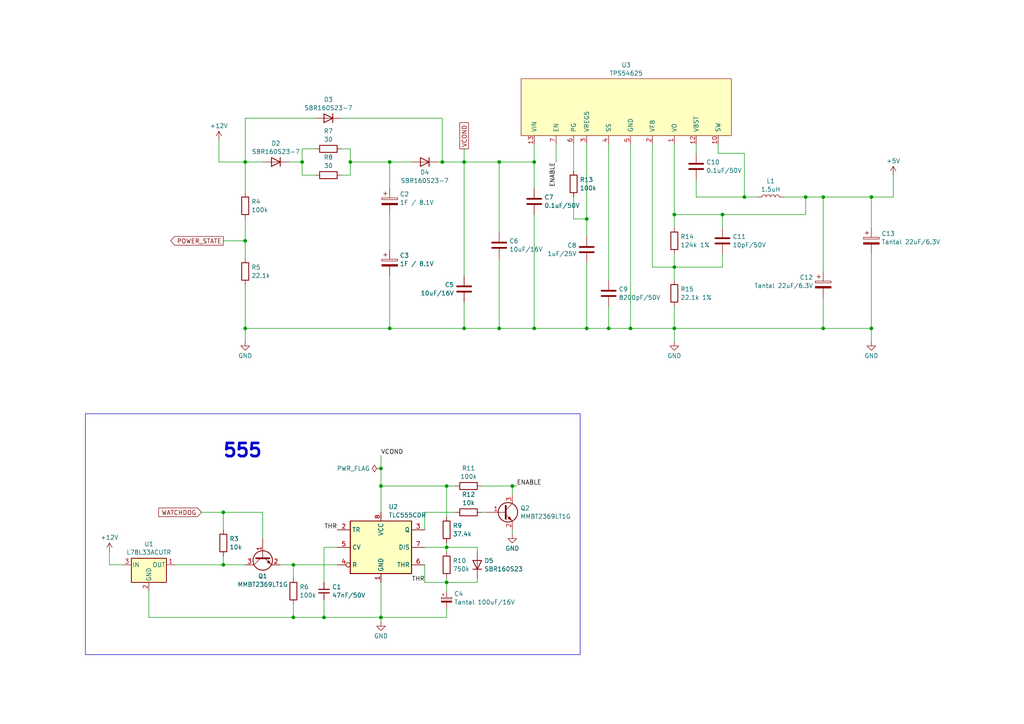
<source format=kicad_sch>
(kicad_sch
	(version 20231120)
	(generator "eeschema")
	(generator_version "8.0")
	(uuid "7ed43d38-7f0b-4c92-91fb-9a233b029dd8")
	(paper "A4")
	(lib_symbols
		(symbol "Device:C"
			(pin_numbers hide)
			(pin_names
				(offset 0.254)
			)
			(exclude_from_sim no)
			(in_bom yes)
			(on_board yes)
			(property "Reference" "C"
				(at 0.635 2.54 0)
				(effects
					(font
						(size 1.27 1.27)
					)
					(justify left)
				)
			)
			(property "Value" "C"
				(at 0.635 -2.54 0)
				(effects
					(font
						(size 1.27 1.27)
					)
					(justify left)
				)
			)
			(property "Footprint" ""
				(at 0.9652 -3.81 0)
				(effects
					(font
						(size 1.27 1.27)
					)
					(hide yes)
				)
			)
			(property "Datasheet" "~"
				(at 0 0 0)
				(effects
					(font
						(size 1.27 1.27)
					)
					(hide yes)
				)
			)
			(property "Description" "Unpolarized capacitor"
				(at 0 0 0)
				(effects
					(font
						(size 1.27 1.27)
					)
					(hide yes)
				)
			)
			(property "ki_keywords" "cap capacitor"
				(at 0 0 0)
				(effects
					(font
						(size 1.27 1.27)
					)
					(hide yes)
				)
			)
			(property "ki_fp_filters" "C_*"
				(at 0 0 0)
				(effects
					(font
						(size 1.27 1.27)
					)
					(hide yes)
				)
			)
			(symbol "C_0_1"
				(polyline
					(pts
						(xy -2.032 -0.762) (xy 2.032 -0.762)
					)
					(stroke
						(width 0.508)
						(type default)
					)
					(fill
						(type none)
					)
				)
				(polyline
					(pts
						(xy -2.032 0.762) (xy 2.032 0.762)
					)
					(stroke
						(width 0.508)
						(type default)
					)
					(fill
						(type none)
					)
				)
			)
			(symbol "C_1_1"
				(pin passive line
					(at 0 3.81 270)
					(length 2.794)
					(name "~"
						(effects
							(font
								(size 1.27 1.27)
							)
						)
					)
					(number "1"
						(effects
							(font
								(size 1.27 1.27)
							)
						)
					)
				)
				(pin passive line
					(at 0 -3.81 90)
					(length 2.794)
					(name "~"
						(effects
							(font
								(size 1.27 1.27)
							)
						)
					)
					(number "2"
						(effects
							(font
								(size 1.27 1.27)
							)
						)
					)
				)
			)
		)
		(symbol "Device:C_Polarized"
			(pin_numbers hide)
			(pin_names
				(offset 0.254)
			)
			(exclude_from_sim no)
			(in_bom yes)
			(on_board yes)
			(property "Reference" "C"
				(at 0.635 2.54 0)
				(effects
					(font
						(size 1.27 1.27)
					)
					(justify left)
				)
			)
			(property "Value" "C_Polarized"
				(at 0.635 -2.54 0)
				(effects
					(font
						(size 1.27 1.27)
					)
					(justify left)
				)
			)
			(property "Footprint" ""
				(at 0.9652 -3.81 0)
				(effects
					(font
						(size 1.27 1.27)
					)
					(hide yes)
				)
			)
			(property "Datasheet" "~"
				(at 0 0 0)
				(effects
					(font
						(size 1.27 1.27)
					)
					(hide yes)
				)
			)
			(property "Description" "Polarized capacitor"
				(at 0 0 0)
				(effects
					(font
						(size 1.27 1.27)
					)
					(hide yes)
				)
			)
			(property "ki_keywords" "cap capacitor"
				(at 0 0 0)
				(effects
					(font
						(size 1.27 1.27)
					)
					(hide yes)
				)
			)
			(property "ki_fp_filters" "CP_*"
				(at 0 0 0)
				(effects
					(font
						(size 1.27 1.27)
					)
					(hide yes)
				)
			)
			(symbol "C_Polarized_0_1"
				(rectangle
					(start -2.286 0.508)
					(end 2.286 1.016)
					(stroke
						(width 0)
						(type default)
					)
					(fill
						(type none)
					)
				)
				(polyline
					(pts
						(xy -1.778 2.286) (xy -0.762 2.286)
					)
					(stroke
						(width 0)
						(type default)
					)
					(fill
						(type none)
					)
				)
				(polyline
					(pts
						(xy -1.27 2.794) (xy -1.27 1.778)
					)
					(stroke
						(width 0)
						(type default)
					)
					(fill
						(type none)
					)
				)
				(rectangle
					(start 2.286 -0.508)
					(end -2.286 -1.016)
					(stroke
						(width 0)
						(type default)
					)
					(fill
						(type outline)
					)
				)
			)
			(symbol "C_Polarized_1_1"
				(pin passive line
					(at 0 3.81 270)
					(length 2.794)
					(name "~"
						(effects
							(font
								(size 1.27 1.27)
							)
						)
					)
					(number "1"
						(effects
							(font
								(size 1.27 1.27)
							)
						)
					)
				)
				(pin passive line
					(at 0 -3.81 90)
					(length 2.794)
					(name "~"
						(effects
							(font
								(size 1.27 1.27)
							)
						)
					)
					(number "2"
						(effects
							(font
								(size 1.27 1.27)
							)
						)
					)
				)
			)
		)
		(symbol "Device:C_Polarized_Small"
			(pin_numbers hide)
			(pin_names
				(offset 0.254) hide)
			(exclude_from_sim no)
			(in_bom yes)
			(on_board yes)
			(property "Reference" "C"
				(at 0.254 1.778 0)
				(effects
					(font
						(size 1.27 1.27)
					)
					(justify left)
				)
			)
			(property "Value" "C_Polarized_Small"
				(at 0.254 -2.032 0)
				(effects
					(font
						(size 1.27 1.27)
					)
					(justify left)
				)
			)
			(property "Footprint" ""
				(at 0 0 0)
				(effects
					(font
						(size 1.27 1.27)
					)
					(hide yes)
				)
			)
			(property "Datasheet" "~"
				(at 0 0 0)
				(effects
					(font
						(size 1.27 1.27)
					)
					(hide yes)
				)
			)
			(property "Description" "Polarized capacitor, small symbol"
				(at 0 0 0)
				(effects
					(font
						(size 1.27 1.27)
					)
					(hide yes)
				)
			)
			(property "ki_keywords" "cap capacitor"
				(at 0 0 0)
				(effects
					(font
						(size 1.27 1.27)
					)
					(hide yes)
				)
			)
			(property "ki_fp_filters" "CP_*"
				(at 0 0 0)
				(effects
					(font
						(size 1.27 1.27)
					)
					(hide yes)
				)
			)
			(symbol "C_Polarized_Small_0_1"
				(rectangle
					(start -1.524 -0.3048)
					(end 1.524 -0.6858)
					(stroke
						(width 0)
						(type default)
					)
					(fill
						(type outline)
					)
				)
				(rectangle
					(start -1.524 0.6858)
					(end 1.524 0.3048)
					(stroke
						(width 0)
						(type default)
					)
					(fill
						(type none)
					)
				)
				(polyline
					(pts
						(xy -1.27 1.524) (xy -0.762 1.524)
					)
					(stroke
						(width 0)
						(type default)
					)
					(fill
						(type none)
					)
				)
				(polyline
					(pts
						(xy -1.016 1.27) (xy -1.016 1.778)
					)
					(stroke
						(width 0)
						(type default)
					)
					(fill
						(type none)
					)
				)
			)
			(symbol "C_Polarized_Small_1_1"
				(pin passive line
					(at 0 2.54 270)
					(length 1.8542)
					(name "~"
						(effects
							(font
								(size 1.27 1.27)
							)
						)
					)
					(number "1"
						(effects
							(font
								(size 1.27 1.27)
							)
						)
					)
				)
				(pin passive line
					(at 0 -2.54 90)
					(length 1.8542)
					(name "~"
						(effects
							(font
								(size 1.27 1.27)
							)
						)
					)
					(number "2"
						(effects
							(font
								(size 1.27 1.27)
							)
						)
					)
				)
			)
		)
		(symbol "Device:C_Small"
			(pin_numbers hide)
			(pin_names
				(offset 0.254) hide)
			(exclude_from_sim no)
			(in_bom yes)
			(on_board yes)
			(property "Reference" "C"
				(at 0.254 1.778 0)
				(effects
					(font
						(size 1.27 1.27)
					)
					(justify left)
				)
			)
			(property "Value" "C_Small"
				(at 0.254 -2.032 0)
				(effects
					(font
						(size 1.27 1.27)
					)
					(justify left)
				)
			)
			(property "Footprint" ""
				(at 0 0 0)
				(effects
					(font
						(size 1.27 1.27)
					)
					(hide yes)
				)
			)
			(property "Datasheet" "~"
				(at 0 0 0)
				(effects
					(font
						(size 1.27 1.27)
					)
					(hide yes)
				)
			)
			(property "Description" "Unpolarized capacitor, small symbol"
				(at 0 0 0)
				(effects
					(font
						(size 1.27 1.27)
					)
					(hide yes)
				)
			)
			(property "ki_keywords" "capacitor cap"
				(at 0 0 0)
				(effects
					(font
						(size 1.27 1.27)
					)
					(hide yes)
				)
			)
			(property "ki_fp_filters" "C_*"
				(at 0 0 0)
				(effects
					(font
						(size 1.27 1.27)
					)
					(hide yes)
				)
			)
			(symbol "C_Small_0_1"
				(polyline
					(pts
						(xy -1.524 -0.508) (xy 1.524 -0.508)
					)
					(stroke
						(width 0.3302)
						(type default)
					)
					(fill
						(type none)
					)
				)
				(polyline
					(pts
						(xy -1.524 0.508) (xy 1.524 0.508)
					)
					(stroke
						(width 0.3048)
						(type default)
					)
					(fill
						(type none)
					)
				)
			)
			(symbol "C_Small_1_1"
				(pin passive line
					(at 0 2.54 270)
					(length 2.032)
					(name "~"
						(effects
							(font
								(size 1.27 1.27)
							)
						)
					)
					(number "1"
						(effects
							(font
								(size 1.27 1.27)
							)
						)
					)
				)
				(pin passive line
					(at 0 -2.54 90)
					(length 2.032)
					(name "~"
						(effects
							(font
								(size 1.27 1.27)
							)
						)
					)
					(number "2"
						(effects
							(font
								(size 1.27 1.27)
							)
						)
					)
				)
			)
		)
		(symbol "Device:D"
			(pin_numbers hide)
			(pin_names
				(offset 1.016) hide)
			(exclude_from_sim no)
			(in_bom yes)
			(on_board yes)
			(property "Reference" "D"
				(at 0 2.54 0)
				(effects
					(font
						(size 1.27 1.27)
					)
				)
			)
			(property "Value" "D"
				(at 0 -2.54 0)
				(effects
					(font
						(size 1.27 1.27)
					)
				)
			)
			(property "Footprint" ""
				(at 0 0 0)
				(effects
					(font
						(size 1.27 1.27)
					)
					(hide yes)
				)
			)
			(property "Datasheet" "~"
				(at 0 0 0)
				(effects
					(font
						(size 1.27 1.27)
					)
					(hide yes)
				)
			)
			(property "Description" "Diode"
				(at 0 0 0)
				(effects
					(font
						(size 1.27 1.27)
					)
					(hide yes)
				)
			)
			(property "Sim.Device" "D"
				(at 0 0 0)
				(effects
					(font
						(size 1.27 1.27)
					)
					(hide yes)
				)
			)
			(property "Sim.Pins" "1=K 2=A"
				(at 0 0 0)
				(effects
					(font
						(size 1.27 1.27)
					)
					(hide yes)
				)
			)
			(property "ki_keywords" "diode"
				(at 0 0 0)
				(effects
					(font
						(size 1.27 1.27)
					)
					(hide yes)
				)
			)
			(property "ki_fp_filters" "TO-???* *_Diode_* *SingleDiode* D_*"
				(at 0 0 0)
				(effects
					(font
						(size 1.27 1.27)
					)
					(hide yes)
				)
			)
			(symbol "D_0_1"
				(polyline
					(pts
						(xy -1.27 1.27) (xy -1.27 -1.27)
					)
					(stroke
						(width 0.254)
						(type default)
					)
					(fill
						(type none)
					)
				)
				(polyline
					(pts
						(xy 1.27 0) (xy -1.27 0)
					)
					(stroke
						(width 0)
						(type default)
					)
					(fill
						(type none)
					)
				)
				(polyline
					(pts
						(xy 1.27 1.27) (xy 1.27 -1.27) (xy -1.27 0) (xy 1.27 1.27)
					)
					(stroke
						(width 0.254)
						(type default)
					)
					(fill
						(type none)
					)
				)
			)
			(symbol "D_1_1"
				(pin passive line
					(at -3.81 0 0)
					(length 2.54)
					(name "K"
						(effects
							(font
								(size 1.27 1.27)
							)
						)
					)
					(number "1"
						(effects
							(font
								(size 1.27 1.27)
							)
						)
					)
				)
				(pin passive line
					(at 3.81 0 180)
					(length 2.54)
					(name "A"
						(effects
							(font
								(size 1.27 1.27)
							)
						)
					)
					(number "2"
						(effects
							(font
								(size 1.27 1.27)
							)
						)
					)
				)
			)
		)
		(symbol "Device:L"
			(pin_numbers hide)
			(pin_names
				(offset 1.016) hide)
			(exclude_from_sim no)
			(in_bom yes)
			(on_board yes)
			(property "Reference" "L"
				(at -1.27 0 90)
				(effects
					(font
						(size 1.27 1.27)
					)
				)
			)
			(property "Value" "L"
				(at 1.905 0 90)
				(effects
					(font
						(size 1.27 1.27)
					)
				)
			)
			(property "Footprint" ""
				(at 0 0 0)
				(effects
					(font
						(size 1.27 1.27)
					)
					(hide yes)
				)
			)
			(property "Datasheet" "~"
				(at 0 0 0)
				(effects
					(font
						(size 1.27 1.27)
					)
					(hide yes)
				)
			)
			(property "Description" "Inductor"
				(at 0 0 0)
				(effects
					(font
						(size 1.27 1.27)
					)
					(hide yes)
				)
			)
			(property "ki_keywords" "inductor choke coil reactor magnetic"
				(at 0 0 0)
				(effects
					(font
						(size 1.27 1.27)
					)
					(hide yes)
				)
			)
			(property "ki_fp_filters" "Choke_* *Coil* Inductor_* L_*"
				(at 0 0 0)
				(effects
					(font
						(size 1.27 1.27)
					)
					(hide yes)
				)
			)
			(symbol "L_0_1"
				(arc
					(start 0 -2.54)
					(mid 0.6323 -1.905)
					(end 0 -1.27)
					(stroke
						(width 0)
						(type default)
					)
					(fill
						(type none)
					)
				)
				(arc
					(start 0 -1.27)
					(mid 0.6323 -0.635)
					(end 0 0)
					(stroke
						(width 0)
						(type default)
					)
					(fill
						(type none)
					)
				)
				(arc
					(start 0 0)
					(mid 0.6323 0.635)
					(end 0 1.27)
					(stroke
						(width 0)
						(type default)
					)
					(fill
						(type none)
					)
				)
				(arc
					(start 0 1.27)
					(mid 0.6323 1.905)
					(end 0 2.54)
					(stroke
						(width 0)
						(type default)
					)
					(fill
						(type none)
					)
				)
			)
			(symbol "L_1_1"
				(pin passive line
					(at 0 3.81 270)
					(length 1.27)
					(name "1"
						(effects
							(font
								(size 1.27 1.27)
							)
						)
					)
					(number "1"
						(effects
							(font
								(size 1.27 1.27)
							)
						)
					)
				)
				(pin passive line
					(at 0 -3.81 90)
					(length 1.27)
					(name "2"
						(effects
							(font
								(size 1.27 1.27)
							)
						)
					)
					(number "2"
						(effects
							(font
								(size 1.27 1.27)
							)
						)
					)
				)
			)
		)
		(symbol "Device:Q_NPN_BEC"
			(pin_names
				(offset 0) hide)
			(exclude_from_sim no)
			(in_bom yes)
			(on_board yes)
			(property "Reference" "Q"
				(at 5.08 1.27 0)
				(effects
					(font
						(size 1.27 1.27)
					)
					(justify left)
				)
			)
			(property "Value" "Q_NPN_BEC"
				(at 5.08 -1.27 0)
				(effects
					(font
						(size 1.27 1.27)
					)
					(justify left)
				)
			)
			(property "Footprint" ""
				(at 5.08 2.54 0)
				(effects
					(font
						(size 1.27 1.27)
					)
					(hide yes)
				)
			)
			(property "Datasheet" "~"
				(at 0 0 0)
				(effects
					(font
						(size 1.27 1.27)
					)
					(hide yes)
				)
			)
			(property "Description" "NPN transistor, base/emitter/collector"
				(at 0 0 0)
				(effects
					(font
						(size 1.27 1.27)
					)
					(hide yes)
				)
			)
			(property "ki_keywords" "transistor NPN"
				(at 0 0 0)
				(effects
					(font
						(size 1.27 1.27)
					)
					(hide yes)
				)
			)
			(symbol "Q_NPN_BEC_0_1"
				(polyline
					(pts
						(xy 0.635 0.635) (xy 2.54 2.54)
					)
					(stroke
						(width 0)
						(type default)
					)
					(fill
						(type none)
					)
				)
				(polyline
					(pts
						(xy 0.635 -0.635) (xy 2.54 -2.54) (xy 2.54 -2.54)
					)
					(stroke
						(width 0)
						(type default)
					)
					(fill
						(type none)
					)
				)
				(polyline
					(pts
						(xy 0.635 1.905) (xy 0.635 -1.905) (xy 0.635 -1.905)
					)
					(stroke
						(width 0.508)
						(type default)
					)
					(fill
						(type none)
					)
				)
				(polyline
					(pts
						(xy 1.27 -1.778) (xy 1.778 -1.27) (xy 2.286 -2.286) (xy 1.27 -1.778) (xy 1.27 -1.778)
					)
					(stroke
						(width 0)
						(type default)
					)
					(fill
						(type outline)
					)
				)
				(circle
					(center 1.27 0)
					(radius 2.8194)
					(stroke
						(width 0.254)
						(type default)
					)
					(fill
						(type none)
					)
				)
			)
			(symbol "Q_NPN_BEC_1_1"
				(pin input line
					(at -5.08 0 0)
					(length 5.715)
					(name "B"
						(effects
							(font
								(size 1.27 1.27)
							)
						)
					)
					(number "1"
						(effects
							(font
								(size 1.27 1.27)
							)
						)
					)
				)
				(pin passive line
					(at 2.54 -5.08 90)
					(length 2.54)
					(name "E"
						(effects
							(font
								(size 1.27 1.27)
							)
						)
					)
					(number "2"
						(effects
							(font
								(size 1.27 1.27)
							)
						)
					)
				)
				(pin passive line
					(at 2.54 5.08 270)
					(length 2.54)
					(name "C"
						(effects
							(font
								(size 1.27 1.27)
							)
						)
					)
					(number "3"
						(effects
							(font
								(size 1.27 1.27)
							)
						)
					)
				)
			)
		)
		(symbol "Device:R"
			(pin_numbers hide)
			(pin_names
				(offset 0)
			)
			(exclude_from_sim no)
			(in_bom yes)
			(on_board yes)
			(property "Reference" "R"
				(at 2.032 0 90)
				(effects
					(font
						(size 1.27 1.27)
					)
				)
			)
			(property "Value" "R"
				(at 0 0 90)
				(effects
					(font
						(size 1.27 1.27)
					)
				)
			)
			(property "Footprint" ""
				(at -1.778 0 90)
				(effects
					(font
						(size 1.27 1.27)
					)
					(hide yes)
				)
			)
			(property "Datasheet" "~"
				(at 0 0 0)
				(effects
					(font
						(size 1.27 1.27)
					)
					(hide yes)
				)
			)
			(property "Description" "Resistor"
				(at 0 0 0)
				(effects
					(font
						(size 1.27 1.27)
					)
					(hide yes)
				)
			)
			(property "ki_keywords" "R res resistor"
				(at 0 0 0)
				(effects
					(font
						(size 1.27 1.27)
					)
					(hide yes)
				)
			)
			(property "ki_fp_filters" "R_*"
				(at 0 0 0)
				(effects
					(font
						(size 1.27 1.27)
					)
					(hide yes)
				)
			)
			(symbol "R_0_1"
				(rectangle
					(start -1.016 -2.54)
					(end 1.016 2.54)
					(stroke
						(width 0.254)
						(type default)
					)
					(fill
						(type none)
					)
				)
			)
			(symbol "R_1_1"
				(pin passive line
					(at 0 3.81 270)
					(length 1.27)
					(name "~"
						(effects
							(font
								(size 1.27 1.27)
							)
						)
					)
					(number "1"
						(effects
							(font
								(size 1.27 1.27)
							)
						)
					)
				)
				(pin passive line
					(at 0 -3.81 90)
					(length 1.27)
					(name "~"
						(effects
							(font
								(size 1.27 1.27)
							)
						)
					)
					(number "2"
						(effects
							(font
								(size 1.27 1.27)
							)
						)
					)
				)
			)
		)
		(symbol "Regulator_Linear:L78L33_SOT89"
			(pin_names
				(offset 0.254)
			)
			(exclude_from_sim no)
			(in_bom yes)
			(on_board yes)
			(property "Reference" "U"
				(at -3.81 3.175 0)
				(effects
					(font
						(size 1.27 1.27)
					)
				)
			)
			(property "Value" "L78L33_SOT89"
				(at -0.635 3.175 0)
				(effects
					(font
						(size 1.27 1.27)
					)
					(justify left)
				)
			)
			(property "Footprint" "Package_TO_SOT_SMD:SOT-89-3"
				(at 0 5.08 0)
				(effects
					(font
						(size 1.27 1.27)
						(italic yes)
					)
					(hide yes)
				)
			)
			(property "Datasheet" "http://www.st.com/content/ccc/resource/technical/document/datasheet/15/55/e5/aa/23/5b/43/fd/CD00000446.pdf/files/CD00000446.pdf/jcr:content/translations/en.CD00000446.pdf"
				(at 0 -1.27 0)
				(effects
					(font
						(size 1.27 1.27)
					)
					(hide yes)
				)
			)
			(property "Description" "Positive 100mA 30V Linear Regulator, Fixed Output 3.3V, SOT-89"
				(at 0 0 0)
				(effects
					(font
						(size 1.27 1.27)
					)
					(hide yes)
				)
			)
			(property "ki_keywords" "Voltage Regulator 100mA Positive"
				(at 0 0 0)
				(effects
					(font
						(size 1.27 1.27)
					)
					(hide yes)
				)
			)
			(property "ki_fp_filters" "SOT?89*"
				(at 0 0 0)
				(effects
					(font
						(size 1.27 1.27)
					)
					(hide yes)
				)
			)
			(symbol "L78L33_SOT89_0_1"
				(rectangle
					(start -5.08 1.905)
					(end 5.08 -5.08)
					(stroke
						(width 0.254)
						(type default)
					)
					(fill
						(type background)
					)
				)
			)
			(symbol "L78L33_SOT89_1_1"
				(pin power_out line
					(at 7.62 0 180)
					(length 2.54)
					(name "OUT"
						(effects
							(font
								(size 1.27 1.27)
							)
						)
					)
					(number "1"
						(effects
							(font
								(size 1.27 1.27)
							)
						)
					)
				)
				(pin power_in line
					(at 0 -7.62 90)
					(length 2.54)
					(name "GND"
						(effects
							(font
								(size 1.27 1.27)
							)
						)
					)
					(number "2"
						(effects
							(font
								(size 1.27 1.27)
							)
						)
					)
				)
				(pin power_in line
					(at -7.62 0 0)
					(length 2.54)
					(name "IN"
						(effects
							(font
								(size 1.27 1.27)
							)
						)
					)
					(number "3"
						(effects
							(font
								(size 1.27 1.27)
							)
						)
					)
				)
			)
		)
		(symbol "Timer:TLC555xD"
			(exclude_from_sim no)
			(in_bom yes)
			(on_board yes)
			(property "Reference" "U"
				(at -10.16 8.89 0)
				(effects
					(font
						(size 1.27 1.27)
					)
					(justify left)
				)
			)
			(property "Value" "TLC555xD"
				(at 2.54 8.89 0)
				(effects
					(font
						(size 1.27 1.27)
					)
					(justify left)
				)
			)
			(property "Footprint" "Package_SO:SOIC-8_3.9x4.9mm_P1.27mm"
				(at 21.59 -10.16 0)
				(effects
					(font
						(size 1.27 1.27)
					)
					(hide yes)
				)
			)
			(property "Datasheet" "http://www.ti.com/lit/ds/symlink/tlc555.pdf"
				(at 21.59 -10.16 0)
				(effects
					(font
						(size 1.27 1.27)
					)
					(hide yes)
				)
			)
			(property "Description" "Single LinCMOS Timer, 555 compatible, SOIC-8"
				(at 0 0 0)
				(effects
					(font
						(size 1.27 1.27)
					)
					(hide yes)
				)
			)
			(property "ki_keywords" "single timer 555"
				(at 0 0 0)
				(effects
					(font
						(size 1.27 1.27)
					)
					(hide yes)
				)
			)
			(property "ki_fp_filters" "SOIC*3.9x4.9mm*P1.27mm*"
				(at 0 0 0)
				(effects
					(font
						(size 1.27 1.27)
					)
					(hide yes)
				)
			)
			(symbol "TLC555xD_0_0"
				(pin power_in line
					(at 0 -10.16 90)
					(length 2.54)
					(name "GND"
						(effects
							(font
								(size 1.27 1.27)
							)
						)
					)
					(number "1"
						(effects
							(font
								(size 1.27 1.27)
							)
						)
					)
				)
				(pin power_in line
					(at 0 10.16 270)
					(length 2.54)
					(name "VCC"
						(effects
							(font
								(size 1.27 1.27)
							)
						)
					)
					(number "8"
						(effects
							(font
								(size 1.27 1.27)
							)
						)
					)
				)
			)
			(symbol "TLC555xD_0_1"
				(rectangle
					(start -8.89 -7.62)
					(end 8.89 7.62)
					(stroke
						(width 0.254)
						(type default)
					)
					(fill
						(type background)
					)
				)
				(rectangle
					(start -8.89 -7.62)
					(end 8.89 7.62)
					(stroke
						(width 0.254)
						(type default)
					)
					(fill
						(type background)
					)
				)
			)
			(symbol "TLC555xD_1_1"
				(pin input line
					(at -12.7 5.08 0)
					(length 3.81)
					(name "TR"
						(effects
							(font
								(size 1.27 1.27)
							)
						)
					)
					(number "2"
						(effects
							(font
								(size 1.27 1.27)
							)
						)
					)
				)
				(pin output line
					(at 12.7 5.08 180)
					(length 3.81)
					(name "Q"
						(effects
							(font
								(size 1.27 1.27)
							)
						)
					)
					(number "3"
						(effects
							(font
								(size 1.27 1.27)
							)
						)
					)
				)
				(pin input inverted
					(at -12.7 -5.08 0)
					(length 3.81)
					(name "R"
						(effects
							(font
								(size 1.27 1.27)
							)
						)
					)
					(number "4"
						(effects
							(font
								(size 1.27 1.27)
							)
						)
					)
				)
				(pin input line
					(at -12.7 0 0)
					(length 3.81)
					(name "CV"
						(effects
							(font
								(size 1.27 1.27)
							)
						)
					)
					(number "5"
						(effects
							(font
								(size 1.27 1.27)
							)
						)
					)
				)
				(pin input line
					(at 12.7 -5.08 180)
					(length 3.81)
					(name "THR"
						(effects
							(font
								(size 1.27 1.27)
							)
						)
					)
					(number "6"
						(effects
							(font
								(size 1.27 1.27)
							)
						)
					)
				)
				(pin input line
					(at 12.7 0 180)
					(length 3.81)
					(name "DIS"
						(effects
							(font
								(size 1.27 1.27)
							)
						)
					)
					(number "7"
						(effects
							(font
								(size 1.27 1.27)
							)
						)
					)
				)
			)
		)
		(symbol "power:+12V"
			(power)
			(pin_numbers hide)
			(pin_names
				(offset 0) hide)
			(exclude_from_sim no)
			(in_bom yes)
			(on_board yes)
			(property "Reference" "#PWR"
				(at 0 -3.81 0)
				(effects
					(font
						(size 1.27 1.27)
					)
					(hide yes)
				)
			)
			(property "Value" "+12V"
				(at 0 3.556 0)
				(effects
					(font
						(size 1.27 1.27)
					)
				)
			)
			(property "Footprint" ""
				(at 0 0 0)
				(effects
					(font
						(size 1.27 1.27)
					)
					(hide yes)
				)
			)
			(property "Datasheet" ""
				(at 0 0 0)
				(effects
					(font
						(size 1.27 1.27)
					)
					(hide yes)
				)
			)
			(property "Description" "Power symbol creates a global label with name \"+12V\""
				(at 0 0 0)
				(effects
					(font
						(size 1.27 1.27)
					)
					(hide yes)
				)
			)
			(property "ki_keywords" "global power"
				(at 0 0 0)
				(effects
					(font
						(size 1.27 1.27)
					)
					(hide yes)
				)
			)
			(symbol "+12V_0_1"
				(polyline
					(pts
						(xy -0.762 1.27) (xy 0 2.54)
					)
					(stroke
						(width 0)
						(type default)
					)
					(fill
						(type none)
					)
				)
				(polyline
					(pts
						(xy 0 0) (xy 0 2.54)
					)
					(stroke
						(width 0)
						(type default)
					)
					(fill
						(type none)
					)
				)
				(polyline
					(pts
						(xy 0 2.54) (xy 0.762 1.27)
					)
					(stroke
						(width 0)
						(type default)
					)
					(fill
						(type none)
					)
				)
			)
			(symbol "+12V_1_1"
				(pin power_in line
					(at 0 0 90)
					(length 0)
					(name "~"
						(effects
							(font
								(size 1.27 1.27)
							)
						)
					)
					(number "1"
						(effects
							(font
								(size 1.27 1.27)
							)
						)
					)
				)
			)
		)
		(symbol "power:+5V"
			(power)
			(pin_numbers hide)
			(pin_names
				(offset 0) hide)
			(exclude_from_sim no)
			(in_bom yes)
			(on_board yes)
			(property "Reference" "#PWR"
				(at 0 -3.81 0)
				(effects
					(font
						(size 1.27 1.27)
					)
					(hide yes)
				)
			)
			(property "Value" "+5V"
				(at 0 3.556 0)
				(effects
					(font
						(size 1.27 1.27)
					)
				)
			)
			(property "Footprint" ""
				(at 0 0 0)
				(effects
					(font
						(size 1.27 1.27)
					)
					(hide yes)
				)
			)
			(property "Datasheet" ""
				(at 0 0 0)
				(effects
					(font
						(size 1.27 1.27)
					)
					(hide yes)
				)
			)
			(property "Description" "Power symbol creates a global label with name \"+5V\""
				(at 0 0 0)
				(effects
					(font
						(size 1.27 1.27)
					)
					(hide yes)
				)
			)
			(property "ki_keywords" "global power"
				(at 0 0 0)
				(effects
					(font
						(size 1.27 1.27)
					)
					(hide yes)
				)
			)
			(symbol "+5V_0_1"
				(polyline
					(pts
						(xy -0.762 1.27) (xy 0 2.54)
					)
					(stroke
						(width 0)
						(type default)
					)
					(fill
						(type none)
					)
				)
				(polyline
					(pts
						(xy 0 0) (xy 0 2.54)
					)
					(stroke
						(width 0)
						(type default)
					)
					(fill
						(type none)
					)
				)
				(polyline
					(pts
						(xy 0 2.54) (xy 0.762 1.27)
					)
					(stroke
						(width 0)
						(type default)
					)
					(fill
						(type none)
					)
				)
			)
			(symbol "+5V_1_1"
				(pin power_in line
					(at 0 0 90)
					(length 0)
					(name "~"
						(effects
							(font
								(size 1.27 1.27)
							)
						)
					)
					(number "1"
						(effects
							(font
								(size 1.27 1.27)
							)
						)
					)
				)
			)
		)
		(symbol "power:GND"
			(power)
			(pin_numbers hide)
			(pin_names
				(offset 0) hide)
			(exclude_from_sim no)
			(in_bom yes)
			(on_board yes)
			(property "Reference" "#PWR"
				(at 0 -6.35 0)
				(effects
					(font
						(size 1.27 1.27)
					)
					(hide yes)
				)
			)
			(property "Value" "GND"
				(at 0 -3.81 0)
				(effects
					(font
						(size 1.27 1.27)
					)
				)
			)
			(property "Footprint" ""
				(at 0 0 0)
				(effects
					(font
						(size 1.27 1.27)
					)
					(hide yes)
				)
			)
			(property "Datasheet" ""
				(at 0 0 0)
				(effects
					(font
						(size 1.27 1.27)
					)
					(hide yes)
				)
			)
			(property "Description" "Power symbol creates a global label with name \"GND\" , ground"
				(at 0 0 0)
				(effects
					(font
						(size 1.27 1.27)
					)
					(hide yes)
				)
			)
			(property "ki_keywords" "global power"
				(at 0 0 0)
				(effects
					(font
						(size 1.27 1.27)
					)
					(hide yes)
				)
			)
			(symbol "GND_0_1"
				(polyline
					(pts
						(xy 0 0) (xy 0 -1.27) (xy 1.27 -1.27) (xy 0 -2.54) (xy -1.27 -1.27) (xy 0 -1.27)
					)
					(stroke
						(width 0)
						(type default)
					)
					(fill
						(type none)
					)
				)
			)
			(symbol "GND_1_1"
				(pin power_in line
					(at 0 0 270)
					(length 0)
					(name "~"
						(effects
							(font
								(size 1.27 1.27)
							)
						)
					)
					(number "1"
						(effects
							(font
								(size 1.27 1.27)
							)
						)
					)
				)
			)
		)
		(symbol "power:PWR_FLAG"
			(power)
			(pin_numbers hide)
			(pin_names
				(offset 0) hide)
			(exclude_from_sim no)
			(in_bom yes)
			(on_board yes)
			(property "Reference" "#FLG"
				(at 0 1.905 0)
				(effects
					(font
						(size 1.27 1.27)
					)
					(hide yes)
				)
			)
			(property "Value" "PWR_FLAG"
				(at 0 3.81 0)
				(effects
					(font
						(size 1.27 1.27)
					)
				)
			)
			(property "Footprint" ""
				(at 0 0 0)
				(effects
					(font
						(size 1.27 1.27)
					)
					(hide yes)
				)
			)
			(property "Datasheet" "~"
				(at 0 0 0)
				(effects
					(font
						(size 1.27 1.27)
					)
					(hide yes)
				)
			)
			(property "Description" "Special symbol for telling ERC where power comes from"
				(at 0 0 0)
				(effects
					(font
						(size 1.27 1.27)
					)
					(hide yes)
				)
			)
			(property "ki_keywords" "flag power"
				(at 0 0 0)
				(effects
					(font
						(size 1.27 1.27)
					)
					(hide yes)
				)
			)
			(symbol "PWR_FLAG_0_0"
				(pin power_out line
					(at 0 0 90)
					(length 0)
					(name "~"
						(effects
							(font
								(size 1.27 1.27)
							)
						)
					)
					(number "1"
						(effects
							(font
								(size 1.27 1.27)
							)
						)
					)
				)
			)
			(symbol "PWR_FLAG_0_1"
				(polyline
					(pts
						(xy 0 0) (xy 0 1.27) (xy -1.016 1.905) (xy 0 2.54) (xy 1.016 1.905) (xy 0 1.27)
					)
					(stroke
						(width 0)
						(type default)
					)
					(fill
						(type none)
					)
				)
			)
		)
		(symbol "power_custom:TPS54625"
			(pin_names
				(offset 1.016)
			)
			(exclude_from_sim no)
			(in_bom yes)
			(on_board yes)
			(property "Reference" "U"
				(at 0 2.54 0)
				(effects
					(font
						(size 1.27 1.27)
					)
				)
			)
			(property "Value" "TPS54625"
				(at 0 0 0)
				(effects
					(font
						(size 1.27 1.27)
					)
				)
			)
			(property "Footprint" ""
				(at 0 0 0)
				(effects
					(font
						(size 1.27 1.27)
					)
					(hide yes)
				)
			)
			(property "Datasheet" ""
				(at 0 0 0)
				(effects
					(font
						(size 1.27 1.27)
					)
					(hide yes)
				)
			)
			(property "Description" ""
				(at 0 0 0)
				(effects
					(font
						(size 1.27 1.27)
					)
					(hide yes)
				)
			)
			(symbol "TPS54625_0_1"
				(rectangle
					(start -31.75 -15.24)
					(end 29.21 1.27)
					(stroke
						(width 0)
						(type solid)
					)
					(fill
						(type background)
					)
				)
			)
			(symbol "TPS54625_1_1"
				(pin power_out line
					(at 12.7 -17.78 90)
					(length 2.54)
					(name "VO"
						(effects
							(font
								(size 1.27 1.27)
							)
						)
					)
					(number "1"
						(effects
							(font
								(size 1.27 1.27)
							)
						)
					)
				)
				(pin passive line
					(at 25.4 -17.78 90)
					(length 2.54)
					(name "SW"
						(effects
							(font
								(size 1.27 1.27)
							)
						)
					)
					(number "10"
						(effects
							(font
								(size 1.27 1.27)
							)
						)
					)
				)
				(pin passive line
					(at 25.4 -17.78 90)
					(length 2.54) hide
					(name "SW"
						(effects
							(font
								(size 1.27 1.27)
							)
						)
					)
					(number "11"
						(effects
							(font
								(size 1.27 1.27)
							)
						)
					)
				)
				(pin passive line
					(at 19.05 -17.78 90)
					(length 2.54)
					(name "VBST"
						(effects
							(font
								(size 1.27 1.27)
							)
						)
					)
					(number "12"
						(effects
							(font
								(size 1.27 1.27)
							)
						)
					)
				)
				(pin power_in line
					(at -27.94 -17.78 90)
					(length 2.54)
					(name "VIN"
						(effects
							(font
								(size 1.27 1.27)
							)
						)
					)
					(number "13"
						(effects
							(font
								(size 1.27 1.27)
							)
						)
					)
				)
				(pin passive line
					(at -27.94 -17.78 90)
					(length 2.54) hide
					(name "VIN"
						(effects
							(font
								(size 1.27 1.27)
							)
						)
					)
					(number "14"
						(effects
							(font
								(size 1.27 1.27)
							)
						)
					)
				)
				(pin passive line
					(at 0 -17.78 90)
					(length 2.54) hide
					(name "GND"
						(effects
							(font
								(size 1.27 1.27)
							)
						)
					)
					(number "15"
						(effects
							(font
								(size 1.27 1.27)
							)
						)
					)
				)
				(pin input line
					(at 6.35 -17.78 90)
					(length 2.54)
					(name "VFB"
						(effects
							(font
								(size 1.27 1.27)
							)
						)
					)
					(number "2"
						(effects
							(font
								(size 1.27 1.27)
							)
						)
					)
				)
				(pin passive line
					(at -12.7 -17.78 90)
					(length 2.54)
					(name "VREG5"
						(effects
							(font
								(size 1.27 1.27)
							)
						)
					)
					(number "3"
						(effects
							(font
								(size 1.27 1.27)
							)
						)
					)
				)
				(pin passive line
					(at -6.35 -17.78 90)
					(length 2.54)
					(name "SS"
						(effects
							(font
								(size 1.27 1.27)
							)
						)
					)
					(number "4"
						(effects
							(font
								(size 1.27 1.27)
							)
						)
					)
				)
				(pin power_in line
					(at 0 -17.78 90)
					(length 2.54)
					(name "GND"
						(effects
							(font
								(size 1.27 1.27)
							)
						)
					)
					(number "5"
						(effects
							(font
								(size 1.27 1.27)
							)
						)
					)
				)
				(pin passive line
					(at -16.51 -17.78 90)
					(length 2.54)
					(name "PG"
						(effects
							(font
								(size 1.27 1.27)
							)
						)
					)
					(number "6"
						(effects
							(font
								(size 1.27 1.27)
							)
						)
					)
				)
				(pin input line
					(at -21.59 -17.78 90)
					(length 2.54)
					(name "EN"
						(effects
							(font
								(size 1.27 1.27)
							)
						)
					)
					(number "7"
						(effects
							(font
								(size 1.27 1.27)
							)
						)
					)
				)
				(pin passive line
					(at 0 -17.78 90)
					(length 2.54) hide
					(name "GND"
						(effects
							(font
								(size 1.27 1.27)
							)
						)
					)
					(number "8"
						(effects
							(font
								(size 1.27 1.27)
							)
						)
					)
				)
				(pin passive line
					(at 0 -17.78 90)
					(length 2.54) hide
					(name "GND"
						(effects
							(font
								(size 1.27 1.27)
							)
						)
					)
					(number "9"
						(effects
							(font
								(size 1.27 1.27)
							)
						)
					)
				)
			)
		)
	)
	(junction
		(at 71.12 46.99)
		(diameter 0)
		(color 0 0 0 0)
		(uuid "0049a72b-9c92-4c04-b6b6-dbc90f16f172")
	)
	(junction
		(at 134.62 95.25)
		(diameter 0)
		(color 0 0 0 0)
		(uuid "07806cc2-959a-42bf-9e9f-96315e6daab1")
	)
	(junction
		(at 238.76 57.15)
		(diameter 0)
		(color 0 0 0 0)
		(uuid "08502d5d-acef-49b5-8fbd-4ddb684568c5")
	)
	(junction
		(at 129.54 158.75)
		(diameter 0)
		(color 0 0 0 0)
		(uuid "095d286a-d123-4899-9f9e-5170406b198e")
	)
	(junction
		(at 128.27 46.99)
		(diameter 0)
		(color 0 0 0 0)
		(uuid "12c8b063-4281-4c00-867a-2b9381926657")
	)
	(junction
		(at 110.49 135.89)
		(diameter 0)
		(color 0 0 0 0)
		(uuid "1346c51a-8ae4-4225-8d5c-1a337c3ad160")
	)
	(junction
		(at 215.9 57.15)
		(diameter 0)
		(color 0 0 0 0)
		(uuid "1598b1e8-aeac-49cf-ba5a-de4640fe1410")
	)
	(junction
		(at 85.09 163.83)
		(diameter 0)
		(color 0 0 0 0)
		(uuid "15b932ed-c4d8-456d-8d0e-ffce6e9d6875")
	)
	(junction
		(at 113.03 46.99)
		(diameter 0)
		(color 0 0 0 0)
		(uuid "22b35b6a-1376-4903-bb43-c9dba0706310")
	)
	(junction
		(at 129.54 140.97)
		(diameter 0)
		(color 0 0 0 0)
		(uuid "25303401-dd0e-42b7-b283-1324165af8b4")
	)
	(junction
		(at 71.12 69.85)
		(diameter 0)
		(color 0 0 0 0)
		(uuid "29ab0eec-438c-4706-9d02-0c222852bc56")
	)
	(junction
		(at 195.58 95.25)
		(diameter 0)
		(color 0 0 0 0)
		(uuid "2b48c890-771b-4eb3-817a-c68faad83d34")
	)
	(junction
		(at 195.58 77.47)
		(diameter 0)
		(color 0 0 0 0)
		(uuid "2faf8bbe-5d7b-41bf-866e-9b6ea9374524")
	)
	(junction
		(at 101.6 46.99)
		(diameter 0)
		(color 0 0 0 0)
		(uuid "3a9ae493-4923-4ea3-b39b-549e59eeaa4a")
	)
	(junction
		(at 182.88 95.25)
		(diameter 0)
		(color 0 0 0 0)
		(uuid "56529084-cfc5-4448-9aef-186844db2a7d")
	)
	(junction
		(at 144.78 95.25)
		(diameter 0)
		(color 0 0 0 0)
		(uuid "5eb6af33-7506-45ba-81d1-b5d42ab35c8d")
	)
	(junction
		(at 233.68 57.15)
		(diameter 0)
		(color 0 0 0 0)
		(uuid "5f8454ec-167f-49db-87e8-8fe17746418d")
	)
	(junction
		(at 154.94 95.25)
		(diameter 0)
		(color 0 0 0 0)
		(uuid "63564f84-489e-4894-9dcc-1a85d449e4af")
	)
	(junction
		(at 148.59 140.97)
		(diameter 0)
		(color 0 0 0 0)
		(uuid "70725134-c468-4007-b3b2-0836cbef01a8")
	)
	(junction
		(at 87.63 46.99)
		(diameter 0)
		(color 0 0 0 0)
		(uuid "72e305db-7835-46a1-aea7-38f67f27ba86")
	)
	(junction
		(at 110.49 179.07)
		(diameter 0)
		(color 0 0 0 0)
		(uuid "7325e7ef-9bee-46bd-9b9a-8abbd8cd69b1")
	)
	(junction
		(at 64.77 163.83)
		(diameter 0)
		(color 0 0 0 0)
		(uuid "7de4d41d-dd26-4c45-88ba-bdb67521fe63")
	)
	(junction
		(at 144.78 46.99)
		(diameter 0)
		(color 0 0 0 0)
		(uuid "81115756-a111-4451-b598-20fa7687a6f6")
	)
	(junction
		(at 238.76 95.25)
		(diameter 0)
		(color 0 0 0 0)
		(uuid "8378b88f-d2e2-455f-8754-9722e1b90dea")
	)
	(junction
		(at 170.18 95.25)
		(diameter 0)
		(color 0 0 0 0)
		(uuid "9bc738c5-7778-4c3c-9ab4-fe7d61ec9e48")
	)
	(junction
		(at 195.58 62.23)
		(diameter 0)
		(color 0 0 0 0)
		(uuid "9e352758-fb49-400a-bece-7a287b983925")
	)
	(junction
		(at 154.94 46.99)
		(diameter 0)
		(color 0 0 0 0)
		(uuid "a0c4cafa-65bf-4ef5-89d3-636eefd58713")
	)
	(junction
		(at 113.03 95.25)
		(diameter 0)
		(color 0 0 0 0)
		(uuid "a14a96ad-2225-4105-9db9-183c78179b4c")
	)
	(junction
		(at 209.55 62.23)
		(diameter 0)
		(color 0 0 0 0)
		(uuid "b89c9d90-0a18-45d5-bee1-c94efe27cfd7")
	)
	(junction
		(at 110.49 140.97)
		(diameter 0)
		(color 0 0 0 0)
		(uuid "bf607b05-db92-421e-a77c-51e20c315562")
	)
	(junction
		(at 170.18 63.5)
		(diameter 0)
		(color 0 0 0 0)
		(uuid "c2f72be4-23a6-4a3d-b95d-799c87498820")
	)
	(junction
		(at 71.12 95.25)
		(diameter 0)
		(color 0 0 0 0)
		(uuid "c5e9ec8d-6d0d-49ba-b32a-c7b09ac9594e")
	)
	(junction
		(at 129.54 168.91)
		(diameter 0)
		(color 0 0 0 0)
		(uuid "c8c3ce3a-ae23-445b-90fb-f97ee0a3e698")
	)
	(junction
		(at 134.62 46.99)
		(diameter 0)
		(color 0 0 0 0)
		(uuid "d6952bda-7646-4254-bfeb-1fe7aaa2159f")
	)
	(junction
		(at 64.77 148.59)
		(diameter 0)
		(color 0 0 0 0)
		(uuid "d9d6ac55-1e41-416c-8b09-14d4eb3843eb")
	)
	(junction
		(at 85.09 179.07)
		(diameter 0)
		(color 0 0 0 0)
		(uuid "dbe95f50-7647-4237-b309-a15e49a3df85")
	)
	(junction
		(at 252.73 57.15)
		(diameter 0)
		(color 0 0 0 0)
		(uuid "dc21fa00-07ec-4bd3-b280-c6627b0c330c")
	)
	(junction
		(at 93.98 179.07)
		(diameter 0)
		(color 0 0 0 0)
		(uuid "e12ac55e-f46e-4ec3-9555-6e2b18c77566")
	)
	(junction
		(at 176.53 95.25)
		(diameter 0)
		(color 0 0 0 0)
		(uuid "e5451175-31e1-4a90-b4ad-22771e74611a")
	)
	(junction
		(at 252.73 95.25)
		(diameter 0)
		(color 0 0 0 0)
		(uuid "ec8ddb2c-cfe2-40eb-9dc7-f1cefe7af133")
	)
	(wire
		(pts
			(xy 233.68 62.23) (xy 233.68 57.15)
		)
		(stroke
			(width 0)
			(type default)
		)
		(uuid "01651b4b-2c0d-4a77-ad1e-936ae408ff2f")
	)
	(wire
		(pts
			(xy 113.03 80.01) (xy 113.03 95.25)
		)
		(stroke
			(width 0)
			(type default)
		)
		(uuid "016f9cd0-016c-4aac-92ac-801fbcee8cee")
	)
	(wire
		(pts
			(xy 129.54 168.91) (xy 123.19 168.91)
		)
		(stroke
			(width 0)
			(type default)
		)
		(uuid "02dcbdf1-f23f-44e3-8337-c51455e48208")
	)
	(wire
		(pts
			(xy 201.93 41.91) (xy 201.93 44.45)
		)
		(stroke
			(width 0)
			(type default)
		)
		(uuid "03c1d0db-8779-4123-95dd-c84c8aacfe33")
	)
	(wire
		(pts
			(xy 144.78 46.99) (xy 154.94 46.99)
		)
		(stroke
			(width 0)
			(type default)
		)
		(uuid "047a9cd0-ecac-4ace-b845-48f84c51c832")
	)
	(wire
		(pts
			(xy 195.58 95.25) (xy 238.76 95.25)
		)
		(stroke
			(width 0)
			(type default)
		)
		(uuid "07e9f62f-d056-4155-bc29-5ae66b18ae71")
	)
	(wire
		(pts
			(xy 170.18 41.91) (xy 170.18 63.5)
		)
		(stroke
			(width 0)
			(type default)
		)
		(uuid "0a8480e7-d6a1-4375-a923-27b3eb2119f3")
	)
	(wire
		(pts
			(xy 154.94 95.25) (xy 170.18 95.25)
		)
		(stroke
			(width 0)
			(type default)
		)
		(uuid "0aa2abda-6922-4b8d-8587-f3d2616bd325")
	)
	(wire
		(pts
			(xy 154.94 62.23) (xy 154.94 95.25)
		)
		(stroke
			(width 0)
			(type default)
		)
		(uuid "0c00c2b3-a12d-4734-9065-1386917271e3")
	)
	(wire
		(pts
			(xy 259.08 57.15) (xy 259.08 50.8)
		)
		(stroke
			(width 0)
			(type default)
		)
		(uuid "0f89c8d7-798d-4777-9943-02ad5f817663")
	)
	(wire
		(pts
			(xy 110.49 179.07) (xy 110.49 180.34)
		)
		(stroke
			(width 0)
			(type default)
		)
		(uuid "10452441-fa0a-4109-904c-a18ed21fbcc8")
	)
	(wire
		(pts
			(xy 35.56 163.83) (xy 31.75 163.83)
		)
		(stroke
			(width 0)
			(type default)
		)
		(uuid "10acacdd-6b9f-4b1a-bf5a-87c4f3a96a08")
	)
	(wire
		(pts
			(xy 123.19 148.59) (xy 123.19 153.67)
		)
		(stroke
			(width 0)
			(type default)
		)
		(uuid "11c2e438-19ca-4b14-974a-e6815b81be2a")
	)
	(wire
		(pts
			(xy 91.44 43.18) (xy 87.63 43.18)
		)
		(stroke
			(width 0)
			(type default)
		)
		(uuid "130b9569-97cd-41b9-8e3f-3247c38fd1f5")
	)
	(wire
		(pts
			(xy 129.54 176.53) (xy 129.54 179.07)
		)
		(stroke
			(width 0)
			(type default)
		)
		(uuid "13f4747a-9bdb-4aa9-971c-1856a312d0cb")
	)
	(wire
		(pts
			(xy 128.27 34.29) (xy 128.27 46.99)
		)
		(stroke
			(width 0)
			(type default)
		)
		(uuid "16c86f9a-4f67-4525-9ec6-bf013cb6723d")
	)
	(wire
		(pts
			(xy 238.76 57.15) (xy 238.76 78.74)
		)
		(stroke
			(width 0)
			(type default)
		)
		(uuid "179fc3af-4dce-4b83-afd0-4b71885eb48d")
	)
	(wire
		(pts
			(xy 161.29 41.91) (xy 161.29 46.99)
		)
		(stroke
			(width 0)
			(type default)
		)
		(uuid "1b6b938b-edae-4779-b839-63fd9ea76738")
	)
	(wire
		(pts
			(xy 182.88 95.25) (xy 195.58 95.25)
		)
		(stroke
			(width 0)
			(type default)
		)
		(uuid "1e3d7e31-7813-4527-9531-cd89e39cffc9")
	)
	(wire
		(pts
			(xy 238.76 95.25) (xy 252.73 95.25)
		)
		(stroke
			(width 0)
			(type default)
		)
		(uuid "22d7233c-f5da-4fb9-901a-5243da98e7f0")
	)
	(wire
		(pts
			(xy 43.18 179.07) (xy 85.09 179.07)
		)
		(stroke
			(width 0)
			(type default)
		)
		(uuid "2418df0d-65ff-4499-a2de-c95cd60739a3")
	)
	(wire
		(pts
			(xy 71.12 69.85) (xy 71.12 74.93)
		)
		(stroke
			(width 0)
			(type default)
		)
		(uuid "249051fc-cdb6-40f4-b35b-6619952d8db3")
	)
	(wire
		(pts
			(xy 128.27 46.99) (xy 134.62 46.99)
		)
		(stroke
			(width 0)
			(type default)
		)
		(uuid "273eb8e7-4912-4569-8e94-ef1d32f57fd2")
	)
	(wire
		(pts
			(xy 71.12 69.85) (xy 64.77 69.85)
		)
		(stroke
			(width 0)
			(type default)
		)
		(uuid "28ba35b8-8b87-4eee-b765-2dce574efcef")
	)
	(wire
		(pts
			(xy 138.43 167.64) (xy 138.43 168.91)
		)
		(stroke
			(width 0)
			(type default)
		)
		(uuid "2b19ac84-5e7e-4134-b25a-66d094d652d9")
	)
	(wire
		(pts
			(xy 144.78 74.93) (xy 144.78 95.25)
		)
		(stroke
			(width 0)
			(type default)
		)
		(uuid "2d693985-e8bb-4437-b68e-f9b986560fbb")
	)
	(wire
		(pts
			(xy 123.19 148.59) (xy 132.08 148.59)
		)
		(stroke
			(width 0)
			(type default)
		)
		(uuid "34a7ed2b-b649-442b-a056-978f1971dc0e")
	)
	(wire
		(pts
			(xy 99.06 34.29) (xy 128.27 34.29)
		)
		(stroke
			(width 0)
			(type default)
		)
		(uuid "34f6568d-ec5c-494a-99ac-6dd7dceed1ef")
	)
	(wire
		(pts
			(xy 113.03 46.99) (xy 101.6 46.99)
		)
		(stroke
			(width 0)
			(type default)
		)
		(uuid "3567ec5a-4367-4850-898e-2b4b42b095cf")
	)
	(wire
		(pts
			(xy 71.12 46.99) (xy 71.12 55.88)
		)
		(stroke
			(width 0)
			(type default)
		)
		(uuid "360bd994-b5ad-4713-8902-f0f3a31f383a")
	)
	(wire
		(pts
			(xy 76.2 46.99) (xy 71.12 46.99)
		)
		(stroke
			(width 0)
			(type default)
		)
		(uuid "369e7128-1f0a-42da-b411-6acd0aec3116")
	)
	(wire
		(pts
			(xy 227.33 57.15) (xy 233.68 57.15)
		)
		(stroke
			(width 0)
			(type default)
		)
		(uuid "38dc84ef-6a79-48da-91c4-81d209610113")
	)
	(wire
		(pts
			(xy 134.62 46.99) (xy 144.78 46.99)
		)
		(stroke
			(width 0)
			(type default)
		)
		(uuid "38e4505e-d47c-4f34-a1f3-d490f021cbad")
	)
	(wire
		(pts
			(xy 129.54 168.91) (xy 129.54 171.45)
		)
		(stroke
			(width 0)
			(type default)
		)
		(uuid "391557c0-b6f0-4bcb-840d-08bc8870348b")
	)
	(wire
		(pts
			(xy 64.77 161.29) (xy 64.77 163.83)
		)
		(stroke
			(width 0)
			(type default)
		)
		(uuid "3a072b96-ee77-40d3-9552-d98d9b44a286")
	)
	(wire
		(pts
			(xy 195.58 73.66) (xy 195.58 77.47)
		)
		(stroke
			(width 0)
			(type default)
		)
		(uuid "3ad2f825-7312-41a1-9be6-8c9993be87ea")
	)
	(wire
		(pts
			(xy 166.37 57.15) (xy 166.37 63.5)
		)
		(stroke
			(width 0)
			(type default)
		)
		(uuid "3b3f54f0-421f-4c0a-963b-ed30f172d3de")
	)
	(wire
		(pts
			(xy 201.93 57.15) (xy 215.9 57.15)
		)
		(stroke
			(width 0)
			(type default)
		)
		(uuid "3b70ef33-5e64-43c7-b559-aa03782cdc77")
	)
	(wire
		(pts
			(xy 101.6 50.8) (xy 101.6 46.99)
		)
		(stroke
			(width 0)
			(type default)
		)
		(uuid "3e1a4660-46fa-4f3c-ba68-d4d19a53d28d")
	)
	(wire
		(pts
			(xy 238.76 86.36) (xy 238.76 95.25)
		)
		(stroke
			(width 0)
			(type default)
		)
		(uuid "3e3cde2c-edbf-43a4-924e-fefb71db2ae6")
	)
	(wire
		(pts
			(xy 148.59 153.67) (xy 148.59 154.94)
		)
		(stroke
			(width 0)
			(type default)
		)
		(uuid "3e90a9d7-6f5b-43a7-abbc-436f8e532946")
	)
	(wire
		(pts
			(xy 87.63 46.99) (xy 83.82 46.99)
		)
		(stroke
			(width 0)
			(type default)
		)
		(uuid "4141b07e-9bec-4a09-9377-62aa2bb7f294")
	)
	(wire
		(pts
			(xy 139.7 148.59) (xy 140.97 148.59)
		)
		(stroke
			(width 0)
			(type default)
		)
		(uuid "437b2573-41ce-44cc-9fa1-a94c5be33725")
	)
	(wire
		(pts
			(xy 99.06 50.8) (xy 101.6 50.8)
		)
		(stroke
			(width 0)
			(type default)
		)
		(uuid "488c4746-0793-42bf-9ef5-5ac9220753ad")
	)
	(wire
		(pts
			(xy 176.53 88.9) (xy 176.53 95.25)
		)
		(stroke
			(width 0)
			(type default)
		)
		(uuid "49a5497a-331f-4ca4-ac51-34a800387c53")
	)
	(wire
		(pts
			(xy 123.19 168.91) (xy 123.19 163.83)
		)
		(stroke
			(width 0)
			(type default)
		)
		(uuid "4c10ef4d-9df3-4434-9f8b-9c0a31731322")
	)
	(wire
		(pts
			(xy 195.58 62.23) (xy 209.55 62.23)
		)
		(stroke
			(width 0)
			(type default)
		)
		(uuid "4dcfa8dc-4cae-40d5-953f-a29b3cecd572")
	)
	(wire
		(pts
			(xy 195.58 88.9) (xy 195.58 95.25)
		)
		(stroke
			(width 0)
			(type default)
		)
		(uuid "4e46995c-3b1a-457d-bbf4-da1f3ae35a18")
	)
	(wire
		(pts
			(xy 58.42 148.59) (xy 64.77 148.59)
		)
		(stroke
			(width 0)
			(type default)
		)
		(uuid "4ff42b3a-3166-4998-ae7a-1dc156df5e89")
	)
	(wire
		(pts
			(xy 195.58 95.25) (xy 195.58 99.06)
		)
		(stroke
			(width 0)
			(type default)
		)
		(uuid "522bca4c-5fbd-4fc9-a3f6-72a345f52ca9")
	)
	(wire
		(pts
			(xy 71.12 34.29) (xy 91.44 34.29)
		)
		(stroke
			(width 0)
			(type default)
		)
		(uuid "53cdb2d1-b437-453d-b2d3-02772cc3fee1")
	)
	(wire
		(pts
			(xy 50.8 163.83) (xy 64.77 163.83)
		)
		(stroke
			(width 0)
			(type default)
		)
		(uuid "54bf783f-8aa8-44ba-95c3-63b17012c3d6")
	)
	(wire
		(pts
			(xy 201.93 52.07) (xy 201.93 57.15)
		)
		(stroke
			(width 0)
			(type default)
		)
		(uuid "563fc1e6-f84b-4f2c-aa47-c5e3c6cf101b")
	)
	(wire
		(pts
			(xy 64.77 148.59) (xy 76.2 148.59)
		)
		(stroke
			(width 0)
			(type default)
		)
		(uuid "56e4a3e7-8457-497e-a96b-66e9f7e34ab8")
	)
	(wire
		(pts
			(xy 144.78 46.99) (xy 144.78 67.31)
		)
		(stroke
			(width 0)
			(type default)
		)
		(uuid "5bbb0e5b-537c-4ea1-b53c-12c4368600d6")
	)
	(wire
		(pts
			(xy 195.58 62.23) (xy 195.58 66.04)
		)
		(stroke
			(width 0)
			(type default)
		)
		(uuid "62689a0b-4bbd-4557-bafa-7feb3beaaf89")
	)
	(wire
		(pts
			(xy 195.58 77.47) (xy 195.58 81.28)
		)
		(stroke
			(width 0)
			(type default)
		)
		(uuid "63385f86-615b-40b5-b445-3272a4f46f0b")
	)
	(wire
		(pts
			(xy 138.43 168.91) (xy 129.54 168.91)
		)
		(stroke
			(width 0)
			(type default)
		)
		(uuid "63e3153b-ad52-4e2c-89ee-1d0d05d0cfe5")
	)
	(wire
		(pts
			(xy 97.79 163.83) (xy 85.09 163.83)
		)
		(stroke
			(width 0)
			(type default)
		)
		(uuid "686c0894-9c28-435b-ae8c-b2dd31b0385f")
	)
	(wire
		(pts
			(xy 215.9 57.15) (xy 219.71 57.15)
		)
		(stroke
			(width 0)
			(type default)
		)
		(uuid "6acc3367-ab5b-48e6-9543-e3a37c994673")
	)
	(wire
		(pts
			(xy 110.49 140.97) (xy 110.49 148.59)
		)
		(stroke
			(width 0)
			(type default)
		)
		(uuid "6c9191d0-dac4-4727-95c0-64178665e29b")
	)
	(wire
		(pts
			(xy 81.28 163.83) (xy 85.09 163.83)
		)
		(stroke
			(width 0)
			(type default)
		)
		(uuid "6e38e6bd-9fbe-4e33-ad52-3da9a0051109")
	)
	(wire
		(pts
			(xy 123.19 158.75) (xy 129.54 158.75)
		)
		(stroke
			(width 0)
			(type default)
		)
		(uuid "700e70b5-d8fd-495a-91f7-2173508c9b33")
	)
	(wire
		(pts
			(xy 63.5 46.99) (xy 63.5 40.64)
		)
		(stroke
			(width 0)
			(type default)
		)
		(uuid "70e52a2f-b784-4865-814a-dd7c7903a562")
	)
	(wire
		(pts
			(xy 129.54 157.48) (xy 129.54 158.75)
		)
		(stroke
			(width 0)
			(type default)
		)
		(uuid "72b4b5aa-19bd-494c-a8d2-fb67391cc3dd")
	)
	(wire
		(pts
			(xy 129.54 158.75) (xy 129.54 160.02)
		)
		(stroke
			(width 0)
			(type default)
		)
		(uuid "744b79c9-ce39-4c8c-a63c-679d8bc064e2")
	)
	(wire
		(pts
			(xy 93.98 179.07) (xy 110.49 179.07)
		)
		(stroke
			(width 0)
			(type default)
		)
		(uuid "76827392-8b7e-4906-a948-dd28579ded80")
	)
	(wire
		(pts
			(xy 85.09 175.26) (xy 85.09 179.07)
		)
		(stroke
			(width 0)
			(type default)
		)
		(uuid "78e4b68c-f522-4dd6-b798-bd60029dafda")
	)
	(wire
		(pts
			(xy 170.18 76.2) (xy 170.18 95.25)
		)
		(stroke
			(width 0)
			(type default)
		)
		(uuid "7af435fb-64c7-48ff-a5a9-e9bba1eb0fcc")
	)
	(wire
		(pts
			(xy 113.03 46.99) (xy 113.03 54.61)
		)
		(stroke
			(width 0)
			(type default)
		)
		(uuid "7b295da8-2a46-4988-a6ec-3a8216c126bc")
	)
	(wire
		(pts
			(xy 31.75 160.02) (xy 31.75 163.83)
		)
		(stroke
			(width 0)
			(type default)
		)
		(uuid "8191f2b9-1f2f-451d-8f43-51dbf77267a0")
	)
	(wire
		(pts
			(xy 134.62 95.25) (xy 144.78 95.25)
		)
		(stroke
			(width 0)
			(type default)
		)
		(uuid "8401808b-ee66-4ea7-9a63-8312818c3bdb")
	)
	(wire
		(pts
			(xy 134.62 87.63) (xy 134.62 95.25)
		)
		(stroke
			(width 0)
			(type default)
		)
		(uuid "85b3f03b-c86f-4bd8-8537-0e044becaf9a")
	)
	(wire
		(pts
			(xy 129.54 140.97) (xy 129.54 149.86)
		)
		(stroke
			(width 0)
			(type default)
		)
		(uuid "85f68132-1e33-4aac-97c1-2af0bd7baafa")
	)
	(wire
		(pts
			(xy 101.6 43.18) (xy 99.06 43.18)
		)
		(stroke
			(width 0)
			(type default)
		)
		(uuid "865a9719-470f-40eb-bb55-1c1726ec7bd8")
	)
	(wire
		(pts
			(xy 129.54 179.07) (xy 110.49 179.07)
		)
		(stroke
			(width 0)
			(type default)
		)
		(uuid "87f15942-3f9b-48fa-8d2b-8476358369cb")
	)
	(wire
		(pts
			(xy 110.49 132.08) (xy 110.49 135.89)
		)
		(stroke
			(width 0)
			(type default)
		)
		(uuid "884e2d90-73aa-4583-a9ea-0ae7ca710dec")
	)
	(wire
		(pts
			(xy 93.98 173.99) (xy 93.98 179.07)
		)
		(stroke
			(width 0)
			(type default)
		)
		(uuid "8b6dd3e0-4c50-41fe-97d4-26fdaf31b9b2")
	)
	(wire
		(pts
			(xy 71.12 63.5) (xy 71.12 69.85)
		)
		(stroke
			(width 0)
			(type default)
		)
		(uuid "92d10abf-c58f-4158-b51f-0ce469d079a6")
	)
	(wire
		(pts
			(xy 238.76 57.15) (xy 252.73 57.15)
		)
		(stroke
			(width 0)
			(type default)
		)
		(uuid "94f7156e-b3af-43ad-82d2-612e4a0e6a0e")
	)
	(wire
		(pts
			(xy 110.49 135.89) (xy 110.49 140.97)
		)
		(stroke
			(width 0)
			(type default)
		)
		(uuid "95ddaafd-ec39-48ce-9232-b322b1edda05")
	)
	(wire
		(pts
			(xy 209.55 62.23) (xy 233.68 62.23)
		)
		(stroke
			(width 0)
			(type default)
		)
		(uuid "98c5054f-b50c-4785-b27b-1428adfd69b2")
	)
	(wire
		(pts
			(xy 209.55 62.23) (xy 209.55 66.04)
		)
		(stroke
			(width 0)
			(type default)
		)
		(uuid "9a9e402d-3e1d-43a3-8fa9-3e0443b113a2")
	)
	(wire
		(pts
			(xy 129.54 167.64) (xy 129.54 168.91)
		)
		(stroke
			(width 0)
			(type default)
		)
		(uuid "9dd52d52-7aac-46cd-8200-6ad67d0c61fe")
	)
	(wire
		(pts
			(xy 97.79 158.75) (xy 93.98 158.75)
		)
		(stroke
			(width 0)
			(type default)
		)
		(uuid "9e4dcf98-77e5-4e58-b4cf-d5d83f7ec4fc")
	)
	(wire
		(pts
			(xy 215.9 44.45) (xy 215.9 57.15)
		)
		(stroke
			(width 0)
			(type default)
		)
		(uuid "a04b59db-5db3-4d1b-a4b3-3983e42f8058")
	)
	(wire
		(pts
			(xy 64.77 148.59) (xy 64.77 153.67)
		)
		(stroke
			(width 0)
			(type default)
		)
		(uuid "a1eef50c-bff5-487f-a7a0-f583ec8a4a5b")
	)
	(wire
		(pts
			(xy 71.12 46.99) (xy 71.12 34.29)
		)
		(stroke
			(width 0)
			(type default)
		)
		(uuid "a3fca6a7-3545-4ff8-a863-b85626dfcdbd")
	)
	(wire
		(pts
			(xy 85.09 163.83) (xy 85.09 167.64)
		)
		(stroke
			(width 0)
			(type default)
		)
		(uuid "a5c8c640-aa76-45b7-b2eb-1c1be9ff8266")
	)
	(wire
		(pts
			(xy 87.63 43.18) (xy 87.63 46.99)
		)
		(stroke
			(width 0)
			(type default)
		)
		(uuid "aa7c85fa-bdd4-40a2-af72-bcf399fd02aa")
	)
	(wire
		(pts
			(xy 170.18 95.25) (xy 176.53 95.25)
		)
		(stroke
			(width 0)
			(type default)
		)
		(uuid "ac2c0b32-9898-4918-9071-7ba7ffeb257d")
	)
	(wire
		(pts
			(xy 148.59 140.97) (xy 148.59 143.51)
		)
		(stroke
			(width 0)
			(type default)
		)
		(uuid "b2423c06-e257-4bcf-96ef-93eb4366ce74")
	)
	(wire
		(pts
			(xy 138.43 158.75) (xy 129.54 158.75)
		)
		(stroke
			(width 0)
			(type default)
		)
		(uuid "b4f61145-0ed5-4e40-b7e3-22bf5a4db578")
	)
	(wire
		(pts
			(xy 129.54 140.97) (xy 132.08 140.97)
		)
		(stroke
			(width 0)
			(type default)
		)
		(uuid "b71c9b01-0b08-4f93-8b7c-50ebd39fbc3c")
	)
	(wire
		(pts
			(xy 170.18 63.5) (xy 170.18 68.58)
		)
		(stroke
			(width 0)
			(type default)
		)
		(uuid "b80354be-25c4-4b00-bd84-4a152a6f37ea")
	)
	(wire
		(pts
			(xy 252.73 95.25) (xy 252.73 99.06)
		)
		(stroke
			(width 0)
			(type default)
		)
		(uuid "ba2219ac-f221-41eb-bf0f-43294222ad52")
	)
	(wire
		(pts
			(xy 166.37 63.5) (xy 170.18 63.5)
		)
		(stroke
			(width 0)
			(type default)
		)
		(uuid "bae0edd4-bd80-47ab-ab80-5e19359e6587")
	)
	(wire
		(pts
			(xy 64.77 163.83) (xy 71.12 163.83)
		)
		(stroke
			(width 0)
			(type default)
		)
		(uuid "bc8577b5-e788-413b-8fe2-7650c0eb988a")
	)
	(wire
		(pts
			(xy 110.49 140.97) (xy 129.54 140.97)
		)
		(stroke
			(width 0)
			(type default)
		)
		(uuid "bce40539-2c02-4fd4-954a-2578cbf4b229")
	)
	(wire
		(pts
			(xy 43.18 171.45) (xy 43.18 179.07)
		)
		(stroke
			(width 0)
			(type default)
		)
		(uuid "bd9b45e7-9a87-4735-8f3c-172803edf79d")
	)
	(wire
		(pts
			(xy 119.38 46.99) (xy 113.03 46.99)
		)
		(stroke
			(width 0)
			(type default)
		)
		(uuid "bf019f5a-9526-4c1b-966b-b3fbfb055f20")
	)
	(wire
		(pts
			(xy 154.94 41.91) (xy 154.94 46.99)
		)
		(stroke
			(width 0)
			(type default)
		)
		(uuid "c31ca040-5eb4-4df1-a2da-9c3859e08456")
	)
	(wire
		(pts
			(xy 71.12 95.25) (xy 71.12 99.06)
		)
		(stroke
			(width 0)
			(type default)
		)
		(uuid "c41af497-90a9-4a5d-ae70-344177a1d783")
	)
	(wire
		(pts
			(xy 101.6 46.99) (xy 101.6 43.18)
		)
		(stroke
			(width 0)
			(type default)
		)
		(uuid "c5dbbd67-900f-4230-b768-0c9661aa486e")
	)
	(wire
		(pts
			(xy 85.09 179.07) (xy 93.98 179.07)
		)
		(stroke
			(width 0)
			(type default)
		)
		(uuid "c6cd5c62-87e6-4946-981b-ef69d45b3040")
	)
	(wire
		(pts
			(xy 252.73 57.15) (xy 259.08 57.15)
		)
		(stroke
			(width 0)
			(type default)
		)
		(uuid "c7fd0848-3b44-4d63-84eb-77608cdf6ec8")
	)
	(wire
		(pts
			(xy 208.28 41.91) (xy 208.28 44.45)
		)
		(stroke
			(width 0)
			(type default)
		)
		(uuid "c90d1ccd-8621-4ba9-9459-ddac18136de0")
	)
	(wire
		(pts
			(xy 71.12 46.99) (xy 63.5 46.99)
		)
		(stroke
			(width 0)
			(type default)
		)
		(uuid "cbfd206f-e110-4b58-ae78-b73ada1f15da")
	)
	(wire
		(pts
			(xy 134.62 46.99) (xy 134.62 43.18)
		)
		(stroke
			(width 0)
			(type default)
		)
		(uuid "cc9c5715-d799-4b1f-8464-78c21d069239")
	)
	(wire
		(pts
			(xy 209.55 73.66) (xy 209.55 77.47)
		)
		(stroke
			(width 0)
			(type default)
		)
		(uuid "d0c29dbb-6372-449f-9f53-0ec444420d58")
	)
	(wire
		(pts
			(xy 127 46.99) (xy 128.27 46.99)
		)
		(stroke
			(width 0)
			(type default)
		)
		(uuid "d1f37d57-bba8-491d-8c9d-de964107d4b7")
	)
	(wire
		(pts
			(xy 176.53 95.25) (xy 182.88 95.25)
		)
		(stroke
			(width 0)
			(type default)
		)
		(uuid "d243202e-6b17-4cfb-9b42-756706d4a32a")
	)
	(wire
		(pts
			(xy 139.7 140.97) (xy 148.59 140.97)
		)
		(stroke
			(width 0)
			(type default)
		)
		(uuid "d2b4dc5f-7f53-4313-8cc1-69a9e692499b")
	)
	(wire
		(pts
			(xy 209.55 77.47) (xy 195.58 77.47)
		)
		(stroke
			(width 0)
			(type default)
		)
		(uuid "d47d6f48-4176-4adc-8a23-3ee8737f9e84")
	)
	(wire
		(pts
			(xy 71.12 82.55) (xy 71.12 95.25)
		)
		(stroke
			(width 0)
			(type default)
		)
		(uuid "d4bf4697-86b1-4289-8f34-178f78c3dfc0")
	)
	(wire
		(pts
			(xy 71.12 95.25) (xy 113.03 95.25)
		)
		(stroke
			(width 0)
			(type default)
		)
		(uuid "daa14ebf-ab1c-4ce8-9317-d3db8c71375d")
	)
	(wire
		(pts
			(xy 113.03 62.23) (xy 113.03 72.39)
		)
		(stroke
			(width 0)
			(type default)
		)
		(uuid "dba38db3-8fbd-4038-8ddf-059af57c1167")
	)
	(wire
		(pts
			(xy 208.28 44.45) (xy 215.9 44.45)
		)
		(stroke
			(width 0)
			(type default)
		)
		(uuid "dff9ed48-d842-4e12-8c28-96aaddaa723c")
	)
	(wire
		(pts
			(xy 189.23 77.47) (xy 189.23 41.91)
		)
		(stroke
			(width 0)
			(type default)
		)
		(uuid "e20c663a-4f84-4eaa-99a0-83d94260c75e")
	)
	(wire
		(pts
			(xy 144.78 95.25) (xy 154.94 95.25)
		)
		(stroke
			(width 0)
			(type default)
		)
		(uuid "e347072e-de1f-4c60-96e7-ee467da282b5")
	)
	(wire
		(pts
			(xy 93.98 158.75) (xy 93.98 168.91)
		)
		(stroke
			(width 0)
			(type default)
		)
		(uuid "e64e16a0-ffd9-484c-82af-403fcfcb5952")
	)
	(wire
		(pts
			(xy 154.94 46.99) (xy 154.94 54.61)
		)
		(stroke
			(width 0)
			(type default)
		)
		(uuid "e80de2d5-73d5-4933-81bb-a9c3a5634ffc")
	)
	(wire
		(pts
			(xy 233.68 57.15) (xy 238.76 57.15)
		)
		(stroke
			(width 0)
			(type default)
		)
		(uuid "e93e91c4-d716-4f15-8a9e-3bdc6528dd52")
	)
	(wire
		(pts
			(xy 76.2 156.21) (xy 76.2 148.59)
		)
		(stroke
			(width 0)
			(type default)
		)
		(uuid "e9904402-3134-4dc1-93ad-04b6652b4e0b")
	)
	(wire
		(pts
			(xy 138.43 160.02) (xy 138.43 158.75)
		)
		(stroke
			(width 0)
			(type default)
		)
		(uuid "ea3c411f-1297-4b65-ae59-25e0232ec542")
	)
	(wire
		(pts
			(xy 87.63 50.8) (xy 91.44 50.8)
		)
		(stroke
			(width 0)
			(type default)
		)
		(uuid "ec778714-0352-4e88-ae65-677d35458c1f")
	)
	(wire
		(pts
			(xy 166.37 41.91) (xy 166.37 49.53)
		)
		(stroke
			(width 0)
			(type default)
		)
		(uuid "ed16ae46-473f-4f29-8a10-89d0f5514f1e")
	)
	(wire
		(pts
			(xy 134.62 46.99) (xy 134.62 80.01)
		)
		(stroke
			(width 0)
			(type default)
		)
		(uuid "ef675020-f96e-4a65-ac18-ddab5964afbc")
	)
	(wire
		(pts
			(xy 113.03 95.25) (xy 134.62 95.25)
		)
		(stroke
			(width 0)
			(type default)
		)
		(uuid "f164bdaf-fcc8-4949-ad7d-52d54db81168")
	)
	(wire
		(pts
			(xy 110.49 168.91) (xy 110.49 179.07)
		)
		(stroke
			(width 0)
			(type default)
		)
		(uuid "f1ad6a2c-62fd-4d9e-98f2-956e168dc942")
	)
	(wire
		(pts
			(xy 176.53 81.28) (xy 176.53 41.91)
		)
		(stroke
			(width 0)
			(type default)
		)
		(uuid "f2ca59c5-e437-49d7-a01a-e80a0765c13e")
	)
	(wire
		(pts
			(xy 252.73 73.66) (xy 252.73 95.25)
		)
		(stroke
			(width 0)
			(type default)
		)
		(uuid "f2fbe5d5-ae9a-4bd2-9d9c-f656b3cec63b")
	)
	(wire
		(pts
			(xy 87.63 46.99) (xy 87.63 50.8)
		)
		(stroke
			(width 0)
			(type default)
		)
		(uuid "f7f563b6-f913-440f-868c-9ce1bae16fe9")
	)
	(wire
		(pts
			(xy 182.88 41.91) (xy 182.88 95.25)
		)
		(stroke
			(width 0)
			(type default)
		)
		(uuid "f84a8993-1d86-45ea-95f9-a22f53551766")
	)
	(wire
		(pts
			(xy 252.73 57.15) (xy 252.73 66.04)
		)
		(stroke
			(width 0)
			(type default)
		)
		(uuid "f91c8075-c643-46d1-8fc2-1ab526873521")
	)
	(wire
		(pts
			(xy 148.59 140.97) (xy 149.86 140.97)
		)
		(stroke
			(width 0)
			(type default)
		)
		(uuid "f944d393-c955-4d7d-9dbf-7e7f4b380f01")
	)
	(wire
		(pts
			(xy 195.58 41.91) (xy 195.58 62.23)
		)
		(stroke
			(width 0)
			(type default)
		)
		(uuid "fb685939-31d5-444a-bec9-fda6dc48ce1d")
	)
	(wire
		(pts
			(xy 195.58 77.47) (xy 189.23 77.47)
		)
		(stroke
			(width 0)
			(type default)
		)
		(uuid "ff6f0413-be9b-4d56-ab89-ba174e5fde07")
	)
	(rectangle
		(start 24.765 120.015)
		(end 168.275 189.865)
		(stroke
			(width 0)
			(type default)
		)
		(fill
			(type none)
		)
		(uuid 64961efb-3d0c-4796-aa4a-631a5622ea01)
	)
	(text "555"
		(exclude_from_sim no)
		(at 70.358 130.81 0)
		(effects
			(font
				(size 3.81 3.81)
				(thickness 0.762)
				(bold yes)
			)
		)
		(uuid "4267b4d9-14b4-4b1c-a972-a66df2833591")
	)
	(label "ENABLE"
		(at 161.29 46.99 270)
		(fields_autoplaced yes)
		(effects
			(font
				(size 1.27 1.27)
			)
			(justify right bottom)
		)
		(uuid "1efb27d2-e64a-445d-a088-9d3f470ee78e")
	)
	(label "THR"
		(at 97.79 153.67 180)
		(fields_autoplaced yes)
		(effects
			(font
				(size 1.27 1.27)
			)
			(justify right bottom)
		)
		(uuid "2b5da5f2-43be-4caa-9993-70d89f4bc050")
	)
	(label "THR"
		(at 123.19 168.91 180)
		(fields_autoplaced yes)
		(effects
			(font
				(size 1.27 1.27)
			)
			(justify right bottom)
		)
		(uuid "33cb45b0-7bc8-464b-8110-e769d7678e48")
	)
	(label "VCOND"
		(at 110.49 132.08 0)
		(fields_autoplaced yes)
		(effects
			(font
				(size 1.27 1.27)
			)
			(justify left bottom)
		)
		(uuid "882b8be2-efc9-41ec-88fb-ab804d6f0a6f")
	)
	(label "ENABLE"
		(at 149.86 140.97 0)
		(fields_autoplaced yes)
		(effects
			(font
				(size 1.27 1.27)
			)
			(justify left bottom)
		)
		(uuid "f3a52c65-3f08-4175-9f41-6d7af1793e55")
	)
	(global_label "VCOND"
		(shape passive)
		(at 134.62 43.18 90)
		(fields_autoplaced yes)
		(effects
			(font
				(size 1.27 1.27)
			)
			(justify left)
		)
		(uuid "3e5f6757-c255-430c-8a1d-3d8207748c3c")
		(property "Intersheetrefs" "${INTERSHEET_REFS}"
			(at 134.62 35.0165 90)
			(effects
				(font
					(size 1.27 1.27)
				)
				(justify left)
				(hide yes)
			)
		)
	)
	(global_label "POWER_STATE"
		(shape output)
		(at 64.77 69.85 180)
		(effects
			(font
				(size 1.27 1.27)
			)
			(justify right)
		)
		(uuid "a767f4a1-0e6e-4cbc-b4f8-44110ddb71ae")
		(property "Intersheetrefs" "${INTERSHEET_REFS}"
			(at 64.77 69.85 0)
			(effects
				(font
					(size 1.27 1.27)
				)
				(hide yes)
			)
		)
	)
	(global_label "WATCHDOG"
		(shape input)
		(at 58.42 148.59 180)
		(fields_autoplaced yes)
		(effects
			(font
				(size 1.27 1.27)
			)
			(justify right)
		)
		(uuid "c2222683-1df4-44e4-97fb-6d605b52686e")
		(property "Intersheetrefs" "${INTERSHEET_REFS}"
			(at 45.4562 148.59 0)
			(effects
				(font
					(size 1.27 1.27)
				)
				(justify right)
				(hide yes)
			)
		)
	)
	(symbol
		(lib_id "power:GND")
		(at 148.59 154.94 0)
		(unit 1)
		(exclude_from_sim no)
		(in_bom yes)
		(on_board yes)
		(dnp no)
		(fields_autoplaced yes)
		(uuid "02b54eef-f099-4f3e-a9cc-94ec94a3a0f7")
		(property "Reference" "#PWR019"
			(at 148.59 161.29 0)
			(effects
				(font
					(size 1.27 1.27)
				)
				(hide yes)
			)
		)
		(property "Value" "GND"
			(at 148.59 159.0731 0)
			(effects
				(font
					(size 1.27 1.27)
				)
			)
		)
		(property "Footprint" ""
			(at 148.59 154.94 0)
			(effects
				(font
					(size 1.27 1.27)
				)
				(hide yes)
			)
		)
		(property "Datasheet" ""
			(at 148.59 154.94 0)
			(effects
				(font
					(size 1.27 1.27)
				)
				(hide yes)
			)
		)
		(property "Description" "Power symbol creates a global label with name \"GND\" , ground"
			(at 148.59 154.94 0)
			(effects
				(font
					(size 1.27 1.27)
				)
				(hide yes)
			)
		)
		(pin "1"
			(uuid "98e30b00-ecaf-4c0a-9be4-a86b2fab8cf3")
		)
		(instances
			(project "ctahr_board"
				(path "/dea08218-351b-4b2b-ab50-f60349a3e49f/486f9892-63c8-42a4-9b8e-7742248a050b"
					(reference "#PWR019")
					(unit 1)
				)
			)
		)
	)
	(symbol
		(lib_id "power:GND")
		(at 71.12 99.06 0)
		(unit 1)
		(exclude_from_sim no)
		(in_bom yes)
		(on_board yes)
		(dnp no)
		(fields_autoplaced yes)
		(uuid "07220816-4691-4b74-ab79-ddfcb6a3b9bb")
		(property "Reference" "#PWR017"
			(at 71.12 105.41 0)
			(effects
				(font
					(size 1.27 1.27)
				)
				(hide yes)
			)
		)
		(property "Value" "GND"
			(at 71.12 103.1931 0)
			(effects
				(font
					(size 1.27 1.27)
				)
			)
		)
		(property "Footprint" ""
			(at 71.12 99.06 0)
			(effects
				(font
					(size 1.27 1.27)
				)
				(hide yes)
			)
		)
		(property "Datasheet" ""
			(at 71.12 99.06 0)
			(effects
				(font
					(size 1.27 1.27)
				)
				(hide yes)
			)
		)
		(property "Description" "Power symbol creates a global label with name \"GND\" , ground"
			(at 71.12 99.06 0)
			(effects
				(font
					(size 1.27 1.27)
				)
				(hide yes)
			)
		)
		(pin "1"
			(uuid "7459fe63-23ae-46d0-ba09-fd36d195ed23")
		)
		(instances
			(project "ctahr_board"
				(path "/dea08218-351b-4b2b-ab50-f60349a3e49f/486f9892-63c8-42a4-9b8e-7742248a050b"
					(reference "#PWR017")
					(unit 1)
				)
			)
		)
	)
	(symbol
		(lib_id "Device:C_Polarized")
		(at 113.03 58.42 0)
		(unit 1)
		(exclude_from_sim no)
		(in_bom yes)
		(on_board yes)
		(dnp no)
		(fields_autoplaced yes)
		(uuid "0b72e722-5175-4bd9-a532-5bf3dbe918a7")
		(property "Reference" "C2"
			(at 115.951 56.3188 0)
			(effects
				(font
					(size 1.27 1.27)
				)
				(justify left)
			)
		)
		(property "Value" "1F / 8.1V"
			(at 115.951 58.7431 0)
			(effects
				(font
					(size 1.27 1.27)
				)
				(justify left)
			)
		)
		(property "Footprint" "Capacitors:SCMR22J105SRBA0_vertical"
			(at 113.9952 62.23 0)
			(effects
				(font
					(size 1.27 1.27)
				)
				(hide yes)
			)
		)
		(property "Datasheet" "~"
			(at 113.03 58.42 0)
			(effects
				(font
					(size 1.27 1.27)
				)
				(hide yes)
			)
		)
		(property "Description" "Polarized capacitor"
			(at 113.03 58.42 0)
			(effects
				(font
					(size 1.27 1.27)
				)
				(hide yes)
			)
		)
		(property "Farnell" "2856949"
			(at 113.03 58.42 0)
			(effects
				(font
					(size 1.27 1.27)
				)
				(hide yes)
			)
		)
		(property "Ref" "SCMR22G105SRBA0"
			(at 113.03 58.42 0)
			(effects
				(font
					(size 1.27 1.27)
				)
				(hide yes)
			)
		)
		(pin "1"
			(uuid "e72578cf-4494-4ad6-84b4-5d4a287c0dce")
		)
		(pin "2"
			(uuid "25db77b0-53d4-4d6f-8f9e-309c3f8ed235")
		)
		(instances
			(project "ctahr_board"
				(path "/dea08218-351b-4b2b-ab50-f60349a3e49f/486f9892-63c8-42a4-9b8e-7742248a050b"
					(reference "C2")
					(unit 1)
				)
			)
		)
	)
	(symbol
		(lib_id "Device:R")
		(at 71.12 59.69 0)
		(unit 1)
		(exclude_from_sim no)
		(in_bom yes)
		(on_board yes)
		(dnp no)
		(fields_autoplaced yes)
		(uuid "0c562f7c-c2a7-49de-b431-8c72f09579ce")
		(property "Reference" "R4"
			(at 72.898 58.4778 0)
			(effects
				(font
					(size 1.27 1.27)
				)
				(justify left)
			)
		)
		(property "Value" "100k"
			(at 72.898 60.9021 0)
			(effects
				(font
					(size 1.27 1.27)
				)
				(justify left)
			)
		)
		(property "Footprint" "Resistor_SMD:R_0603_1608Metric_Pad0.98x0.95mm_HandSolder"
			(at 69.342 59.69 90)
			(effects
				(font
					(size 1.27 1.27)
				)
				(hide yes)
			)
		)
		(property "Datasheet" "~"
			(at 71.12 59.69 0)
			(effects
				(font
					(size 1.27 1.27)
				)
				(hide yes)
			)
		)
		(property "Description" ""
			(at 71.12 59.69 0)
			(effects
				(font
					(size 1.27 1.27)
				)
				(hide yes)
			)
		)
		(pin "2"
			(uuid "ac30d69f-f05c-4c0f-9704-46843125da6c")
		)
		(pin "1"
			(uuid "3d19d308-e7b0-4a09-9d96-6801ed786eab")
		)
		(instances
			(project "ctahr_board"
				(path "/dea08218-351b-4b2b-ab50-f60349a3e49f/486f9892-63c8-42a4-9b8e-7742248a050b"
					(reference "R4")
					(unit 1)
				)
			)
		)
	)
	(symbol
		(lib_id "Device:C")
		(at 209.55 69.85 0)
		(unit 1)
		(exclude_from_sim no)
		(in_bom yes)
		(on_board yes)
		(dnp no)
		(fields_autoplaced yes)
		(uuid "148508bc-3110-4582-b838-9574af156bdc")
		(property "Reference" "C11"
			(at 212.471 68.6378 0)
			(effects
				(font
					(size 1.27 1.27)
				)
				(justify left)
			)
		)
		(property "Value" "10pF/50V"
			(at 212.471 71.0621 0)
			(effects
				(font
					(size 1.27 1.27)
				)
				(justify left)
			)
		)
		(property "Footprint" "Capacitor_SMD:C_0603_1608Metric_Pad1.08x0.95mm_HandSolder"
			(at 210.5152 73.66 0)
			(effects
				(font
					(size 1.27 1.27)
				)
				(hide yes)
			)
		)
		(property "Datasheet" "~"
			(at 209.55 69.85 0)
			(effects
				(font
					(size 1.27 1.27)
				)
				(hide yes)
			)
		)
		(property "Description" ""
			(at 209.55 69.85 0)
			(effects
				(font
					(size 1.27 1.27)
				)
				(hide yes)
			)
		)
		(pin "2"
			(uuid "cc91ff78-8ae2-4eec-8dab-07a41d39b50f")
		)
		(pin "1"
			(uuid "2358ecf0-3f82-4622-aa3f-e9ae56fd1ec6")
		)
		(instances
			(project "ctahr_board"
				(path "/dea08218-351b-4b2b-ab50-f60349a3e49f/486f9892-63c8-42a4-9b8e-7742248a050b"
					(reference "C11")
					(unit 1)
				)
			)
		)
	)
	(symbol
		(lib_id "Device:C")
		(at 201.93 48.26 0)
		(unit 1)
		(exclude_from_sim no)
		(in_bom yes)
		(on_board yes)
		(dnp no)
		(fields_autoplaced yes)
		(uuid "23c47090-85e7-4507-aac5-6ccf3b5c5e6c")
		(property "Reference" "C10"
			(at 204.851 47.0478 0)
			(effects
				(font
					(size 1.27 1.27)
				)
				(justify left)
			)
		)
		(property "Value" "0.1uF/50V"
			(at 204.851 49.4721 0)
			(effects
				(font
					(size 1.27 1.27)
				)
				(justify left)
			)
		)
		(property "Footprint" "Capacitor_SMD:C_0603_1608Metric_Pad1.08x0.95mm_HandSolder"
			(at 202.8952 52.07 0)
			(effects
				(font
					(size 1.27 1.27)
				)
				(hide yes)
			)
		)
		(property "Datasheet" "~"
			(at 201.93 48.26 0)
			(effects
				(font
					(size 1.27 1.27)
				)
				(hide yes)
			)
		)
		(property "Description" ""
			(at 201.93 48.26 0)
			(effects
				(font
					(size 1.27 1.27)
				)
				(hide yes)
			)
		)
		(pin "2"
			(uuid "970ccff0-f6d8-45f4-899b-29e9fc28a90b")
		)
		(pin "1"
			(uuid "58f2b525-8fe2-4196-8130-e8b788706da9")
		)
		(instances
			(project "ctahr_board"
				(path "/dea08218-351b-4b2b-ab50-f60349a3e49f/486f9892-63c8-42a4-9b8e-7742248a050b"
					(reference "C10")
					(unit 1)
				)
			)
		)
	)
	(symbol
		(lib_id "Device:R")
		(at 195.58 85.09 0)
		(unit 1)
		(exclude_from_sim no)
		(in_bom yes)
		(on_board yes)
		(dnp no)
		(fields_autoplaced yes)
		(uuid "25114979-c7ca-42ad-85e4-d14d73501edd")
		(property "Reference" "R15"
			(at 197.358 83.8778 0)
			(effects
				(font
					(size 1.27 1.27)
				)
				(justify left)
			)
		)
		(property "Value" "22.1k 1%"
			(at 197.358 86.3021 0)
			(effects
				(font
					(size 1.27 1.27)
				)
				(justify left)
			)
		)
		(property "Footprint" "Resistor_SMD:R_0603_1608Metric_Pad0.98x0.95mm_HandSolder"
			(at 193.802 85.09 90)
			(effects
				(font
					(size 1.27 1.27)
				)
				(hide yes)
			)
		)
		(property "Datasheet" "~"
			(at 195.58 85.09 0)
			(effects
				(font
					(size 1.27 1.27)
				)
				(hide yes)
			)
		)
		(property "Description" ""
			(at 195.58 85.09 0)
			(effects
				(font
					(size 1.27 1.27)
				)
				(hide yes)
			)
		)
		(pin "1"
			(uuid "3c77ed49-83b8-4880-aff4-7490bfe11856")
		)
		(pin "2"
			(uuid "9d1cb837-3a28-4e81-82c6-991375135e74")
		)
		(instances
			(project "ctahr_board"
				(path "/dea08218-351b-4b2b-ab50-f60349a3e49f/486f9892-63c8-42a4-9b8e-7742248a050b"
					(reference "R15")
					(unit 1)
				)
			)
		)
	)
	(symbol
		(lib_id "Device:C")
		(at 176.53 85.09 0)
		(unit 1)
		(exclude_from_sim no)
		(in_bom yes)
		(on_board yes)
		(dnp no)
		(fields_autoplaced yes)
		(uuid "2a0415fc-647b-483a-925d-f906c081bfd5")
		(property "Reference" "C9"
			(at 179.451 83.8778 0)
			(effects
				(font
					(size 1.27 1.27)
				)
				(justify left)
			)
		)
		(property "Value" "8200pF/50V"
			(at 179.451 86.3021 0)
			(effects
				(font
					(size 1.27 1.27)
				)
				(justify left)
			)
		)
		(property "Footprint" "Capacitor_SMD:C_0603_1608Metric_Pad1.08x0.95mm_HandSolder"
			(at 177.4952 88.9 0)
			(effects
				(font
					(size 1.27 1.27)
				)
				(hide yes)
			)
		)
		(property "Datasheet" "~"
			(at 176.53 85.09 0)
			(effects
				(font
					(size 1.27 1.27)
				)
				(hide yes)
			)
		)
		(property "Description" ""
			(at 176.53 85.09 0)
			(effects
				(font
					(size 1.27 1.27)
				)
				(hide yes)
			)
		)
		(pin "1"
			(uuid "4994fddc-6254-4613-a02c-c8bceabe13dd")
		)
		(pin "2"
			(uuid "23713943-452f-47c8-9cca-d2cfebd2838e")
		)
		(instances
			(project "ctahr_board"
				(path "/dea08218-351b-4b2b-ab50-f60349a3e49f/486f9892-63c8-42a4-9b8e-7742248a050b"
					(reference "C9")
					(unit 1)
				)
			)
		)
	)
	(symbol
		(lib_id "Device:R")
		(at 95.25 50.8 270)
		(unit 1)
		(exclude_from_sim no)
		(in_bom yes)
		(on_board yes)
		(dnp no)
		(fields_autoplaced yes)
		(uuid "2e19bb2e-8159-4a0a-8218-5cb9f3d93097")
		(property "Reference" "R8"
			(at 95.25 45.6395 90)
			(effects
				(font
					(size 1.27 1.27)
				)
			)
		)
		(property "Value" "30"
			(at 95.25 48.0638 90)
			(effects
				(font
					(size 1.27 1.27)
				)
			)
		)
		(property "Footprint" "Resistors_custom:TE_SM5"
			(at 95.25 49.022 90)
			(effects
				(font
					(size 1.27 1.27)
				)
				(hide yes)
			)
		)
		(property "Datasheet" "~"
			(at 95.25 50.8 0)
			(effects
				(font
					(size 1.27 1.27)
				)
				(hide yes)
			)
		)
		(property "Description" ""
			(at 95.25 50.8 0)
			(effects
				(font
					(size 1.27 1.27)
				)
				(hide yes)
			)
		)
		(property "Farnell" "2331667"
			(at 95.25 50.8 0)
			(effects
				(font
					(size 1.27 1.27)
				)
				(hide yes)
			)
		)
		(property "Ref" "SMW530RJT"
			(at 95.25 50.8 0)
			(effects
				(font
					(size 1.27 1.27)
				)
				(hide yes)
			)
		)
		(pin "2"
			(uuid "7e1944db-0f88-4b3c-bcb9-fae14d7dd4d2")
		)
		(pin "1"
			(uuid "b49b508b-3213-4764-98d3-a5c4d26abc9b")
		)
		(instances
			(project "ctahr_board"
				(path "/dea08218-351b-4b2b-ab50-f60349a3e49f/486f9892-63c8-42a4-9b8e-7742248a050b"
					(reference "R8")
					(unit 1)
				)
			)
		)
	)
	(symbol
		(lib_id "Device:C_Small")
		(at 93.98 171.45 0)
		(unit 1)
		(exclude_from_sim no)
		(in_bom yes)
		(on_board yes)
		(dnp no)
		(fields_autoplaced yes)
		(uuid "44c72c2e-f285-4720-9b20-2af6e7bcd3ec")
		(property "Reference" "C1"
			(at 96.3041 170.2441 0)
			(effects
				(font
					(size 1.27 1.27)
				)
				(justify left)
			)
		)
		(property "Value" "47nF/50V"
			(at 96.3041 172.6684 0)
			(effects
				(font
					(size 1.27 1.27)
				)
				(justify left)
			)
		)
		(property "Footprint" "Capacitor_SMD:C_0603_1608Metric_Pad1.08x0.95mm_HandSolder"
			(at 93.98 171.45 0)
			(effects
				(font
					(size 1.27 1.27)
				)
				(hide yes)
			)
		)
		(property "Datasheet" "~"
			(at 93.98 171.45 0)
			(effects
				(font
					(size 1.27 1.27)
				)
				(hide yes)
			)
		)
		(property "Description" "Unpolarized capacitor, small symbol"
			(at 93.98 171.45 0)
			(effects
				(font
					(size 1.27 1.27)
				)
				(hide yes)
			)
		)
		(pin "1"
			(uuid "6a534322-cc88-4f94-b749-f3726c74f0ed")
		)
		(pin "2"
			(uuid "88c6bc7a-f04f-4e22-9c4f-b972b52b89cc")
		)
		(instances
			(project ""
				(path "/dea08218-351b-4b2b-ab50-f60349a3e49f/486f9892-63c8-42a4-9b8e-7742248a050b"
					(reference "C1")
					(unit 1)
				)
			)
		)
	)
	(symbol
		(lib_id "Device:R")
		(at 129.54 163.83 180)
		(unit 1)
		(exclude_from_sim no)
		(in_bom yes)
		(on_board yes)
		(dnp no)
		(fields_autoplaced yes)
		(uuid "467e6af0-b29e-4562-a35b-7b9c494ca17c")
		(property "Reference" "R10"
			(at 131.318 162.6178 0)
			(effects
				(font
					(size 1.27 1.27)
				)
				(justify right)
			)
		)
		(property "Value" "750k"
			(at 131.318 165.0421 0)
			(effects
				(font
					(size 1.27 1.27)
				)
				(justify right)
			)
		)
		(property "Footprint" "Resistor_SMD:R_0603_1608Metric_Pad0.98x0.95mm_HandSolder"
			(at 131.318 163.83 90)
			(effects
				(font
					(size 1.27 1.27)
				)
				(hide yes)
			)
		)
		(property "Datasheet" "~"
			(at 129.54 163.83 0)
			(effects
				(font
					(size 1.27 1.27)
				)
				(hide yes)
			)
		)
		(property "Description" "Resistor"
			(at 129.54 163.83 0)
			(effects
				(font
					(size 1.27 1.27)
				)
				(hide yes)
			)
		)
		(pin "1"
			(uuid "837519b1-b6dd-432e-9e30-2f40480171e9")
		)
		(pin "2"
			(uuid "125eec13-0dcb-48ef-86c6-3e6719b51d9a")
		)
		(instances
			(project "ctahr_board"
				(path "/dea08218-351b-4b2b-ab50-f60349a3e49f/486f9892-63c8-42a4-9b8e-7742248a050b"
					(reference "R10")
					(unit 1)
				)
			)
		)
	)
	(symbol
		(lib_id "Device:R")
		(at 85.09 171.45 180)
		(unit 1)
		(exclude_from_sim no)
		(in_bom yes)
		(on_board yes)
		(dnp no)
		(fields_autoplaced yes)
		(uuid "48bbbb97-7eac-45d6-8e91-ffff585b89dd")
		(property "Reference" "R6"
			(at 86.868 170.2378 0)
			(effects
				(font
					(size 1.27 1.27)
				)
				(justify right)
			)
		)
		(property "Value" "100k"
			(at 86.868 172.6621 0)
			(effects
				(font
					(size 1.27 1.27)
				)
				(justify right)
			)
		)
		(property "Footprint" "Resistor_SMD:R_0603_1608Metric_Pad0.98x0.95mm_HandSolder"
			(at 86.868 171.45 90)
			(effects
				(font
					(size 1.27 1.27)
				)
				(hide yes)
			)
		)
		(property "Datasheet" "~"
			(at 85.09 171.45 0)
			(effects
				(font
					(size 1.27 1.27)
				)
				(hide yes)
			)
		)
		(property "Description" "Resistor"
			(at 85.09 171.45 0)
			(effects
				(font
					(size 1.27 1.27)
				)
				(hide yes)
			)
		)
		(pin "1"
			(uuid "1585ca2c-6e1d-41f0-ab97-907fa3bcc7db")
		)
		(pin "2"
			(uuid "b36400d8-5cae-46c1-83d8-7428b1486a3a")
		)
		(instances
			(project "ctahr_board"
				(path "/dea08218-351b-4b2b-ab50-f60349a3e49f/486f9892-63c8-42a4-9b8e-7742248a050b"
					(reference "R6")
					(unit 1)
				)
			)
		)
	)
	(symbol
		(lib_id "power:GND")
		(at 110.49 180.34 0)
		(unit 1)
		(exclude_from_sim no)
		(in_bom yes)
		(on_board yes)
		(dnp no)
		(fields_autoplaced yes)
		(uuid "4abc4ec8-a940-4f49-95aa-fe8985bd3798")
		(property "Reference" "#PWR018"
			(at 110.49 186.69 0)
			(effects
				(font
					(size 1.27 1.27)
				)
				(hide yes)
			)
		)
		(property "Value" "GND"
			(at 110.49 184.4731 0)
			(effects
				(font
					(size 1.27 1.27)
				)
			)
		)
		(property "Footprint" ""
			(at 110.49 180.34 0)
			(effects
				(font
					(size 1.27 1.27)
				)
				(hide yes)
			)
		)
		(property "Datasheet" ""
			(at 110.49 180.34 0)
			(effects
				(font
					(size 1.27 1.27)
				)
				(hide yes)
			)
		)
		(property "Description" "Power symbol creates a global label with name \"GND\" , ground"
			(at 110.49 180.34 0)
			(effects
				(font
					(size 1.27 1.27)
				)
				(hide yes)
			)
		)
		(pin "1"
			(uuid "5a61c0a9-f196-4b3a-9b2d-a825e0d6b801")
		)
		(instances
			(project ""
				(path "/dea08218-351b-4b2b-ab50-f60349a3e49f/486f9892-63c8-42a4-9b8e-7742248a050b"
					(reference "#PWR018")
					(unit 1)
				)
			)
		)
	)
	(symbol
		(lib_id "Device:D")
		(at 138.43 163.83 90)
		(unit 1)
		(exclude_from_sim no)
		(in_bom yes)
		(on_board yes)
		(dnp no)
		(fields_autoplaced yes)
		(uuid "5249e3e7-a375-486f-ae39-a9203e4c83bf")
		(property "Reference" "D5"
			(at 140.462 162.6178 90)
			(effects
				(font
					(size 1.27 1.27)
				)
				(justify right)
			)
		)
		(property "Value" "SBR160S23"
			(at 140.462 165.0421 90)
			(effects
				(font
					(size 1.27 1.27)
				)
				(justify right)
			)
		)
		(property "Footprint" "Diodes_custom:SBR160S23"
			(at 138.43 163.83 0)
			(effects
				(font
					(size 1.27 1.27)
				)
				(hide yes)
			)
		)
		(property "Datasheet" "~"
			(at 138.43 163.83 0)
			(effects
				(font
					(size 1.27 1.27)
				)
				(hide yes)
			)
		)
		(property "Description" "Diode"
			(at 138.43 163.83 0)
			(effects
				(font
					(size 1.27 1.27)
				)
				(hide yes)
			)
		)
		(property "Sim.Device" "D"
			(at 138.43 163.83 0)
			(effects
				(font
					(size 1.27 1.27)
				)
				(hide yes)
			)
		)
		(property "Sim.Pins" "1=K 2=A"
			(at 138.43 163.83 0)
			(effects
				(font
					(size 1.27 1.27)
				)
				(hide yes)
			)
		)
		(pin "2"
			(uuid "df1da472-5276-4476-a0af-fa5c8893c1e6")
		)
		(pin "1"
			(uuid "6f2616c8-5ba8-4001-a640-8ee2b087b85b")
		)
		(instances
			(project ""
				(path "/dea08218-351b-4b2b-ab50-f60349a3e49f/486f9892-63c8-42a4-9b8e-7742248a050b"
					(reference "D5")
					(unit 1)
				)
			)
		)
	)
	(symbol
		(lib_id "Device:R")
		(at 135.89 140.97 90)
		(unit 1)
		(exclude_from_sim no)
		(in_bom yes)
		(on_board yes)
		(dnp no)
		(fields_autoplaced yes)
		(uuid "5d2526bb-1edb-4576-b041-fc199a6ccf2b")
		(property "Reference" "R11"
			(at 135.89 135.8095 90)
			(effects
				(font
					(size 1.27 1.27)
				)
			)
		)
		(property "Value" "100k"
			(at 135.89 138.2338 90)
			(effects
				(font
					(size 1.27 1.27)
				)
			)
		)
		(property "Footprint" "Resistor_SMD:R_0603_1608Metric_Pad0.98x0.95mm_HandSolder"
			(at 135.89 142.748 90)
			(effects
				(font
					(size 1.27 1.27)
				)
				(hide yes)
			)
		)
		(property "Datasheet" "~"
			(at 135.89 140.97 0)
			(effects
				(font
					(size 1.27 1.27)
				)
				(hide yes)
			)
		)
		(property "Description" "Resistor"
			(at 135.89 140.97 0)
			(effects
				(font
					(size 1.27 1.27)
				)
				(hide yes)
			)
		)
		(pin "1"
			(uuid "264c2b6e-66f8-4e8b-a4f1-f4540a8a0052")
		)
		(pin "2"
			(uuid "852a66bc-eed2-4f26-8ad2-1e5c634fa766")
		)
		(instances
			(project ""
				(path "/dea08218-351b-4b2b-ab50-f60349a3e49f/486f9892-63c8-42a4-9b8e-7742248a050b"
					(reference "R11")
					(unit 1)
				)
			)
		)
	)
	(symbol
		(lib_id "Device:C_Polarized")
		(at 252.73 69.85 0)
		(unit 1)
		(exclude_from_sim no)
		(in_bom yes)
		(on_board yes)
		(dnp no)
		(fields_autoplaced yes)
		(uuid "5f9cb40f-a0a4-4e08-8088-18ba8a5a8894")
		(property "Reference" "C13"
			(at 255.651 67.7488 0)
			(effects
				(font
					(size 1.27 1.27)
				)
				(justify left)
			)
		)
		(property "Value" "Tantal 22uF/6.3V"
			(at 255.651 70.1731 0)
			(effects
				(font
					(size 1.27 1.27)
				)
				(justify left)
			)
		)
		(property "Footprint" "Capacitor_Tantalum_SMD:CP_EIA-3216-10_Kemet-I_Pad1.58x1.35mm_HandSolder"
			(at 253.6952 73.66 0)
			(effects
				(font
					(size 1.27 1.27)
				)
				(hide yes)
			)
		)
		(property "Datasheet" "~"
			(at 252.73 69.85 0)
			(effects
				(font
					(size 1.27 1.27)
				)
				(hide yes)
			)
		)
		(property "Description" "Polarized capacitor"
			(at 252.73 69.85 0)
			(effects
				(font
					(size 1.27 1.27)
				)
				(hide yes)
			)
		)
		(property "Farnell" "2321204"
			(at 16.51 156.21 0)
			(effects
				(font
					(size 1.27 1.27)
				)
				(hide yes)
			)
		)
		(property "Ref" "T491A226K006AT"
			(at 16.51 156.21 0)
			(effects
				(font
					(size 1.27 1.27)
				)
				(hide yes)
			)
		)
		(pin "1"
			(uuid "b40d32e1-c13c-403c-86f3-3b353a4322c2")
		)
		(pin "2"
			(uuid "4452ab10-c2c2-4f58-9706-3f0b8c782bc2")
		)
		(instances
			(project "ctahr_board"
				(path "/dea08218-351b-4b2b-ab50-f60349a3e49f/486f9892-63c8-42a4-9b8e-7742248a050b"
					(reference "C13")
					(unit 1)
				)
			)
		)
	)
	(symbol
		(lib_id "Device:C_Polarized_Small")
		(at 129.54 173.99 0)
		(unit 1)
		(exclude_from_sim no)
		(in_bom yes)
		(on_board yes)
		(dnp no)
		(fields_autoplaced yes)
		(uuid "63d4c56c-413e-41e1-9012-4b99fc500a11")
		(property "Reference" "C4"
			(at 131.699 172.2317 0)
			(effects
				(font
					(size 1.27 1.27)
				)
				(justify left)
			)
		)
		(property "Value" "Tantal 100uF/16V"
			(at 131.699 174.656 0)
			(effects
				(font
					(size 1.27 1.27)
				)
				(justify left)
			)
		)
		(property "Footprint" "Capacitor_Tantalum_SMD:CP_EIA-7343-30_AVX-N_Pad2.25x2.55mm_HandSolder"
			(at 129.54 173.99 0)
			(effects
				(font
					(size 1.27 1.27)
				)
				(hide yes)
			)
		)
		(property "Datasheet" "~"
			(at 129.54 173.99 0)
			(effects
				(font
					(size 1.27 1.27)
				)
				(hide yes)
			)
		)
		(property "Description" "Polarized capacitor, small symbol"
			(at 129.54 173.99 0)
			(effects
				(font
					(size 1.27 1.27)
				)
				(hide yes)
			)
		)
		(pin "1"
			(uuid "8d9c594e-7053-448b-836c-77b8db1b73f3")
		)
		(pin "2"
			(uuid "ad68eccc-5ab8-445c-84ba-51d3934b09fb")
		)
		(instances
			(project ""
				(path "/dea08218-351b-4b2b-ab50-f60349a3e49f/486f9892-63c8-42a4-9b8e-7742248a050b"
					(reference "C4")
					(unit 1)
				)
			)
		)
	)
	(symbol
		(lib_id "power_custom:TPS54625")
		(at 182.88 24.13 0)
		(unit 1)
		(exclude_from_sim no)
		(in_bom yes)
		(on_board yes)
		(dnp no)
		(fields_autoplaced yes)
		(uuid "68ab6c2f-a328-4a2a-a755-beef4b8997dd")
		(property "Reference" "U3"
			(at 181.61 18.8425 0)
			(effects
				(font
					(size 1.27 1.27)
				)
			)
		)
		(property "Value" "TPS54625"
			(at 181.61 21.2668 0)
			(effects
				(font
					(size 1.27 1.27)
				)
			)
		)
		(property "Footprint" "TexasInstruments:HTSSOP-14-PWP_Handsolder"
			(at 182.88 24.13 0)
			(effects
				(font
					(size 1.27 1.27)
				)
				(hide yes)
			)
		)
		(property "Datasheet" ""
			(at 182.88 24.13 0)
			(effects
				(font
					(size 1.27 1.27)
				)
				(hide yes)
			)
		)
		(property "Description" ""
			(at 182.88 24.13 0)
			(effects
				(font
					(size 1.27 1.27)
				)
				(hide yes)
			)
		)
		(pin "11"
			(uuid "e6093c80-bb3f-4a3c-9081-cf349fab0c3c")
		)
		(pin "6"
			(uuid "7dea574c-0b3b-4375-896d-df592db95319")
		)
		(pin "1"
			(uuid "32c9edb3-be73-4bd7-af18-3be2dc57a5dd")
		)
		(pin "5"
			(uuid "6423117d-b193-427b-8c17-f83ce390d37b")
		)
		(pin "14"
			(uuid "475f6aab-8d4d-41e6-a170-e84f2cfaddb6")
		)
		(pin "7"
			(uuid "8f59e278-1640-474a-ac2a-eb0f2665c001")
		)
		(pin "13"
			(uuid "26c749fe-1da6-45e3-8888-fec4087327f2")
		)
		(pin "3"
			(uuid "7bfa6908-8be2-4921-b771-313f334c089c")
		)
		(pin "8"
			(uuid "922134e2-c4a5-433f-a7f9-ef77230490b6")
		)
		(pin "12"
			(uuid "c3d0e49d-16a7-4e92-beea-d5f7a6423495")
		)
		(pin "9"
			(uuid "6af88ac9-513c-46f7-b440-bef6c56cdec3")
		)
		(pin "10"
			(uuid "ae33c233-9e8c-49db-b6bb-dfc68742db76")
		)
		(pin "15"
			(uuid "b4b570c0-f347-4fb8-b50d-f775cfec13a7")
		)
		(pin "4"
			(uuid "421aecb3-3ead-4100-902b-53d9f0a65755")
		)
		(pin "2"
			(uuid "6b1a02ea-2a11-46bb-8df5-7b0306b03087")
		)
		(instances
			(project ""
				(path "/dea08218-351b-4b2b-ab50-f60349a3e49f/486f9892-63c8-42a4-9b8e-7742248a050b"
					(reference "U3")
					(unit 1)
				)
			)
		)
	)
	(symbol
		(lib_id "Timer:TLC555xD")
		(at 110.49 158.75 0)
		(unit 1)
		(exclude_from_sim no)
		(in_bom yes)
		(on_board yes)
		(dnp no)
		(fields_autoplaced yes)
		(uuid "6f14c245-ebb8-4136-b8fa-448982be5889")
		(property "Reference" "U2"
			(at 112.6841 146.9855 0)
			(effects
				(font
					(size 1.27 1.27)
				)
				(justify left)
			)
		)
		(property "Value" "TLC555CDR"
			(at 112.6841 149.4098 0)
			(effects
				(font
					(size 1.27 1.27)
				)
				(justify left)
			)
		)
		(property "Footprint" "Package_SO:SOIC-8_3.9x4.9mm_P1.27mm"
			(at 132.08 168.91 0)
			(effects
				(font
					(size 1.27 1.27)
				)
				(hide yes)
			)
		)
		(property "Datasheet" "http://www.ti.com/lit/ds/symlink/tlc555.pdf"
			(at 132.08 168.91 0)
			(effects
				(font
					(size 1.27 1.27)
				)
				(hide yes)
			)
		)
		(property "Description" "Single LinCMOS Timer, 555 compatible, SOIC-8"
			(at 110.49 158.75 0)
			(effects
				(font
					(size 1.27 1.27)
				)
				(hide yes)
			)
		)
		(pin "7"
			(uuid "89519eb0-184a-4b01-85b4-2ab7d6ebbefb")
		)
		(pin "6"
			(uuid "4dce86ff-3e8d-4bf0-8c0f-b20ad63b51e5")
		)
		(pin "2"
			(uuid "53c4616d-0d64-4428-94c7-c7c5ec6cf49b")
		)
		(pin "4"
			(uuid "666e7fba-9072-4b01-86db-ba7ecdc75719")
		)
		(pin "5"
			(uuid "1651c375-3d1e-4bae-ae4e-5320bd74a3cd")
		)
		(pin "1"
			(uuid "698603d3-5fc6-484c-9963-f6b768e6a3ba")
		)
		(pin "3"
			(uuid "4d403291-1969-48b1-989a-5e3e3049012b")
		)
		(pin "8"
			(uuid "6194c6d1-250c-4413-8d53-62581a2e0524")
		)
		(instances
			(project ""
				(path "/dea08218-351b-4b2b-ab50-f60349a3e49f/486f9892-63c8-42a4-9b8e-7742248a050b"
					(reference "U2")
					(unit 1)
				)
			)
		)
	)
	(symbol
		(lib_id "Device:R")
		(at 135.89 148.59 90)
		(unit 1)
		(exclude_from_sim no)
		(in_bom yes)
		(on_board yes)
		(dnp no)
		(fields_autoplaced yes)
		(uuid "731d7dd4-cd19-4c47-b689-96803dd20c21")
		(property "Reference" "R12"
			(at 135.89 143.4295 90)
			(effects
				(font
					(size 1.27 1.27)
				)
			)
		)
		(property "Value" "10k"
			(at 135.89 145.8538 90)
			(effects
				(font
					(size 1.27 1.27)
				)
			)
		)
		(property "Footprint" "Resistor_SMD:R_0603_1608Metric_Pad0.98x0.95mm_HandSolder"
			(at 135.89 150.368 90)
			(effects
				(font
					(size 1.27 1.27)
				)
				(hide yes)
			)
		)
		(property "Datasheet" "~"
			(at 135.89 148.59 0)
			(effects
				(font
					(size 1.27 1.27)
				)
				(hide yes)
			)
		)
		(property "Description" "Resistor"
			(at 135.89 148.59 0)
			(effects
				(font
					(size 1.27 1.27)
				)
				(hide yes)
			)
		)
		(pin "1"
			(uuid "e5719758-caf3-4a20-b8b5-db3141039958")
		)
		(pin "2"
			(uuid "21cfbd11-6592-4345-bf8b-aaaea3487335")
		)
		(instances
			(project "ctahr_board"
				(path "/dea08218-351b-4b2b-ab50-f60349a3e49f/486f9892-63c8-42a4-9b8e-7742248a050b"
					(reference "R12")
					(unit 1)
				)
			)
		)
	)
	(symbol
		(lib_id "Device:D")
		(at 123.19 46.99 180)
		(unit 1)
		(exclude_from_sim no)
		(in_bom yes)
		(on_board yes)
		(dnp no)
		(fields_autoplaced yes)
		(uuid "7511fc0e-6226-419a-b6ec-e9bb34098567")
		(property "Reference" "D4"
			(at 123.19 49.9801 0)
			(effects
				(font
					(size 1.27 1.27)
				)
			)
		)
		(property "Value" "SBR160S23-7"
			(at 123.19 52.4044 0)
			(effects
				(font
					(size 1.27 1.27)
				)
			)
		)
		(property "Footprint" "Diodes_custom:SBR160S23"
			(at 123.19 46.99 0)
			(effects
				(font
					(size 1.27 1.27)
				)
				(hide yes)
			)
		)
		(property "Datasheet" "~"
			(at 123.19 46.99 0)
			(effects
				(font
					(size 1.27 1.27)
				)
				(hide yes)
			)
		)
		(property "Description" ""
			(at 123.19 46.99 0)
			(effects
				(font
					(size 1.27 1.27)
				)
				(hide yes)
			)
		)
		(property "Farnell" "1863724"
			(at 228.6 3.81 0)
			(effects
				(font
					(size 1.27 1.27)
				)
				(hide yes)
			)
		)
		(property "Ref" "SBR160S23-7"
			(at 228.6 3.81 0)
			(effects
				(font
					(size 1.27 1.27)
				)
				(hide yes)
			)
		)
		(pin "1"
			(uuid "67cc70f9-9295-461d-8dff-1ba86f761dc9")
		)
		(pin "2"
			(uuid "9530843c-c8ae-49f5-824a-17919e702ea6")
		)
		(instances
			(project "ctahr_board"
				(path "/dea08218-351b-4b2b-ab50-f60349a3e49f/486f9892-63c8-42a4-9b8e-7742248a050b"
					(reference "D4")
					(unit 1)
				)
			)
		)
	)
	(symbol
		(lib_id "power:GND")
		(at 195.58 99.06 0)
		(unit 1)
		(exclude_from_sim no)
		(in_bom yes)
		(on_board yes)
		(dnp no)
		(fields_autoplaced yes)
		(uuid "761e87af-6292-45f0-9458-9a2ec8d93f88")
		(property "Reference" "#PWR020"
			(at 195.58 105.41 0)
			(effects
				(font
					(size 1.27 1.27)
				)
				(hide yes)
			)
		)
		(property "Value" "GND"
			(at 195.58 103.1931 0)
			(effects
				(font
					(size 1.27 1.27)
				)
			)
		)
		(property "Footprint" ""
			(at 195.58 99.06 0)
			(effects
				(font
					(size 1.27 1.27)
				)
				(hide yes)
			)
		)
		(property "Datasheet" ""
			(at 195.58 99.06 0)
			(effects
				(font
					(size 1.27 1.27)
				)
				(hide yes)
			)
		)
		(property "Description" "Power symbol creates a global label with name \"GND\" , ground"
			(at 195.58 99.06 0)
			(effects
				(font
					(size 1.27 1.27)
				)
				(hide yes)
			)
		)
		(pin "1"
			(uuid "03c9fa73-5ae5-4f55-b0ef-820ca7419b2f")
		)
		(instances
			(project "ctahr_board"
				(path "/dea08218-351b-4b2b-ab50-f60349a3e49f/486f9892-63c8-42a4-9b8e-7742248a050b"
					(reference "#PWR020")
					(unit 1)
				)
			)
		)
	)
	(symbol
		(lib_id "Device:R")
		(at 129.54 153.67 180)
		(unit 1)
		(exclude_from_sim no)
		(in_bom yes)
		(on_board yes)
		(dnp no)
		(fields_autoplaced yes)
		(uuid "84eb5799-6548-42e6-b1f8-f4f076c8f49d")
		(property "Reference" "R9"
			(at 131.318 152.4578 0)
			(effects
				(font
					(size 1.27 1.27)
				)
				(justify right)
			)
		)
		(property "Value" "37.4k"
			(at 131.318 154.8821 0)
			(effects
				(font
					(size 1.27 1.27)
				)
				(justify right)
			)
		)
		(property "Footprint" "Resistor_SMD:R_0603_1608Metric_Pad0.98x0.95mm_HandSolder"
			(at 131.318 153.67 90)
			(effects
				(font
					(size 1.27 1.27)
				)
				(hide yes)
			)
		)
		(property "Datasheet" "~"
			(at 129.54 153.67 0)
			(effects
				(font
					(size 1.27 1.27)
				)
				(hide yes)
			)
		)
		(property "Description" "Resistor"
			(at 129.54 153.67 0)
			(effects
				(font
					(size 1.27 1.27)
				)
				(hide yes)
			)
		)
		(pin "1"
			(uuid "5a96bae8-a2f1-4809-8b4c-9c7adac748d5")
		)
		(pin "2"
			(uuid "0d0c2552-971b-4383-ad65-5d057fdd58ba")
		)
		(instances
			(project "ctahr_board"
				(path "/dea08218-351b-4b2b-ab50-f60349a3e49f/486f9892-63c8-42a4-9b8e-7742248a050b"
					(reference "R9")
					(unit 1)
				)
			)
		)
	)
	(symbol
		(lib_id "Device:R")
		(at 95.25 43.18 270)
		(unit 1)
		(exclude_from_sim no)
		(in_bom yes)
		(on_board yes)
		(dnp no)
		(fields_autoplaced yes)
		(uuid "8ac119cb-8b13-424f-8373-b1cec98e9598")
		(property "Reference" "R7"
			(at 95.25 38.0195 90)
			(effects
				(font
					(size 1.27 1.27)
				)
			)
		)
		(property "Value" "30"
			(at 95.25 40.4438 90)
			(effects
				(font
					(size 1.27 1.27)
				)
			)
		)
		(property "Footprint" "Resistors_custom:TE_SM5"
			(at 95.25 41.402 90)
			(effects
				(font
					(size 1.27 1.27)
				)
				(hide yes)
			)
		)
		(property "Datasheet" "~"
			(at 95.25 43.18 0)
			(effects
				(font
					(size 1.27 1.27)
				)
				(hide yes)
			)
		)
		(property "Description" ""
			(at 95.25 43.18 0)
			(effects
				(font
					(size 1.27 1.27)
				)
				(hide yes)
			)
		)
		(property "Farnell" "2331667"
			(at 95.25 43.18 0)
			(effects
				(font
					(size 1.27 1.27)
				)
				(hide yes)
			)
		)
		(property "Ref" "SMW530RJT"
			(at 95.25 43.18 0)
			(effects
				(font
					(size 1.27 1.27)
				)
				(hide yes)
			)
		)
		(pin "2"
			(uuid "fb4f51ec-8437-40a0-b9ea-87fed7abd94e")
		)
		(pin "1"
			(uuid "d256299f-8006-4db1-913f-5ca39b335e94")
		)
		(instances
			(project "ctahr_board"
				(path "/dea08218-351b-4b2b-ab50-f60349a3e49f/486f9892-63c8-42a4-9b8e-7742248a050b"
					(reference "R7")
					(unit 1)
				)
			)
		)
	)
	(symbol
		(lib_id "power:+5V")
		(at 259.08 50.8 0)
		(unit 1)
		(exclude_from_sim no)
		(in_bom yes)
		(on_board yes)
		(dnp no)
		(fields_autoplaced yes)
		(uuid "8fd4baf6-9837-4297-9ed8-fba8fb533ca4")
		(property "Reference" "#PWR022"
			(at 259.08 54.61 0)
			(effects
				(font
					(size 1.27 1.27)
				)
				(hide yes)
			)
		)
		(property "Value" "+5V"
			(at 259.08 46.6669 0)
			(effects
				(font
					(size 1.27 1.27)
				)
			)
		)
		(property "Footprint" ""
			(at 259.08 50.8 0)
			(effects
				(font
					(size 1.27 1.27)
				)
				(hide yes)
			)
		)
		(property "Datasheet" ""
			(at 259.08 50.8 0)
			(effects
				(font
					(size 1.27 1.27)
				)
				(hide yes)
			)
		)
		(property "Description" "Power symbol creates a global label with name \"+5V\""
			(at 259.08 50.8 0)
			(effects
				(font
					(size 1.27 1.27)
				)
				(hide yes)
			)
		)
		(pin "1"
			(uuid "99d7654d-2b02-43a0-8034-1cd46df78a9f")
		)
		(instances
			(project "ctahr_board"
				(path "/dea08218-351b-4b2b-ab50-f60349a3e49f/486f9892-63c8-42a4-9b8e-7742248a050b"
					(reference "#PWR022")
					(unit 1)
				)
			)
		)
	)
	(symbol
		(lib_id "Device:C")
		(at 144.78 71.12 0)
		(unit 1)
		(exclude_from_sim no)
		(in_bom yes)
		(on_board yes)
		(dnp no)
		(fields_autoplaced yes)
		(uuid "94600c7e-15f4-4d14-8694-3fd1f84b2586")
		(property "Reference" "C6"
			(at 147.701 69.9078 0)
			(effects
				(font
					(size 1.27 1.27)
				)
				(justify left)
			)
		)
		(property "Value" "10uF/16V"
			(at 147.701 72.3321 0)
			(effects
				(font
					(size 1.27 1.27)
				)
				(justify left)
			)
		)
		(property "Footprint" "Capacitor_SMD:C_0805_2012Metric_Pad1.18x1.45mm_HandSolder"
			(at 145.7452 74.93 0)
			(effects
				(font
					(size 1.27 1.27)
				)
				(hide yes)
			)
		)
		(property "Datasheet" "~"
			(at 144.78 71.12 0)
			(effects
				(font
					(size 1.27 1.27)
				)
				(hide yes)
			)
		)
		(property "Description" ""
			(at 144.78 71.12 0)
			(effects
				(font
					(size 1.27 1.27)
				)
				(hide yes)
			)
		)
		(pin "1"
			(uuid "2faea787-c386-47e2-861e-30ef4151221a")
		)
		(pin "2"
			(uuid "46ce7b35-f819-443d-bf6d-5d7c51abfe0e")
		)
		(instances
			(project "ctahr_board"
				(path "/dea08218-351b-4b2b-ab50-f60349a3e49f/486f9892-63c8-42a4-9b8e-7742248a050b"
					(reference "C6")
					(unit 1)
				)
			)
		)
	)
	(symbol
		(lib_id "Device:R")
		(at 195.58 69.85 0)
		(unit 1)
		(exclude_from_sim no)
		(in_bom yes)
		(on_board yes)
		(dnp no)
		(fields_autoplaced yes)
		(uuid "9fc3f8f6-c101-4670-b956-8725921fdf93")
		(property "Reference" "R14"
			(at 197.358 68.6378 0)
			(effects
				(font
					(size 1.27 1.27)
				)
				(justify left)
			)
		)
		(property "Value" "124k 1%"
			(at 197.358 71.0621 0)
			(effects
				(font
					(size 1.27 1.27)
				)
				(justify left)
			)
		)
		(property "Footprint" "Resistor_SMD:R_0603_1608Metric_Pad0.98x0.95mm_HandSolder"
			(at 193.802 69.85 90)
			(effects
				(font
					(size 1.27 1.27)
				)
				(hide yes)
			)
		)
		(property "Datasheet" "~"
			(at 195.58 69.85 0)
			(effects
				(font
					(size 1.27 1.27)
				)
				(hide yes)
			)
		)
		(property "Description" ""
			(at 195.58 69.85 0)
			(effects
				(font
					(size 1.27 1.27)
				)
				(hide yes)
			)
		)
		(pin "1"
			(uuid "e1867f41-1899-4e3c-a2b7-480654392df7")
		)
		(pin "2"
			(uuid "7bf0b17d-6d8d-493d-897f-9739610f71bd")
		)
		(instances
			(project "ctahr_board"
				(path "/dea08218-351b-4b2b-ab50-f60349a3e49f/486f9892-63c8-42a4-9b8e-7742248a050b"
					(reference "R14")
					(unit 1)
				)
			)
		)
	)
	(symbol
		(lib_id "Device:C_Polarized")
		(at 113.03 76.2 0)
		(unit 1)
		(exclude_from_sim no)
		(in_bom yes)
		(on_board yes)
		(dnp no)
		(fields_autoplaced yes)
		(uuid "a6a8ea31-5afa-4048-8230-5ce3dcf5e1c5")
		(property "Reference" "C3"
			(at 115.951 74.0988 0)
			(effects
				(font
					(size 1.27 1.27)
				)
				(justify left)
			)
		)
		(property "Value" "1F / 8.1V"
			(at 115.951 76.5231 0)
			(effects
				(font
					(size 1.27 1.27)
				)
				(justify left)
			)
		)
		(property "Footprint" "Capacitors:SCMR22J105SRBA0_vertical"
			(at 113.9952 80.01 0)
			(effects
				(font
					(size 1.27 1.27)
				)
				(hide yes)
			)
		)
		(property "Datasheet" "~"
			(at 113.03 76.2 0)
			(effects
				(font
					(size 1.27 1.27)
				)
				(hide yes)
			)
		)
		(property "Description" "Polarized capacitor"
			(at 113.03 76.2 0)
			(effects
				(font
					(size 1.27 1.27)
				)
				(hide yes)
			)
		)
		(property "Farnell" "2856949"
			(at 113.03 76.2 0)
			(effects
				(font
					(size 1.27 1.27)
				)
				(hide yes)
			)
		)
		(property "Ref" "SCMR22G105SRBA0"
			(at 113.03 76.2 0)
			(effects
				(font
					(size 1.27 1.27)
				)
				(hide yes)
			)
		)
		(pin "2"
			(uuid "49baafb1-627a-4557-83b0-1571ad1d29ac")
		)
		(pin "1"
			(uuid "d2eaeb79-c769-4bc0-99fa-811194a86a16")
		)
		(instances
			(project "ctahr_board"
				(path "/dea08218-351b-4b2b-ab50-f60349a3e49f/486f9892-63c8-42a4-9b8e-7742248a050b"
					(reference "C3")
					(unit 1)
				)
			)
		)
	)
	(symbol
		(lib_id "Device:D")
		(at 80.01 46.99 180)
		(unit 1)
		(exclude_from_sim no)
		(in_bom yes)
		(on_board yes)
		(dnp no)
		(fields_autoplaced yes)
		(uuid "a7ce8c09-fa35-48b3-8767-2bbda9925a1e")
		(property "Reference" "D2"
			(at 80.01 41.5755 0)
			(effects
				(font
					(size 1.27 1.27)
				)
			)
		)
		(property "Value" "SBR160S23-7"
			(at 80.01 43.9998 0)
			(effects
				(font
					(size 1.27 1.27)
				)
			)
		)
		(property "Footprint" "Diodes_custom:SBR160S23"
			(at 80.01 46.99 0)
			(effects
				(font
					(size 1.27 1.27)
				)
				(hide yes)
			)
		)
		(property "Datasheet" "~"
			(at 80.01 46.99 0)
			(effects
				(font
					(size 1.27 1.27)
				)
				(hide yes)
			)
		)
		(property "Description" ""
			(at 80.01 46.99 0)
			(effects
				(font
					(size 1.27 1.27)
				)
				(hide yes)
			)
		)
		(property "Farnell" "1863724"
			(at 142.24 3.81 0)
			(effects
				(font
					(size 1.27 1.27)
				)
				(hide yes)
			)
		)
		(property "Ref" "SBR160S23-7"
			(at 142.24 3.81 0)
			(effects
				(font
					(size 1.27 1.27)
				)
				(hide yes)
			)
		)
		(pin "2"
			(uuid "cc6e34d6-ee93-4761-b98f-c4310a982a0c")
		)
		(pin "1"
			(uuid "ad38a9bc-1dee-4b17-8b2a-2f1b75bd58c6")
		)
		(instances
			(project "ctahr_board"
				(path "/dea08218-351b-4b2b-ab50-f60349a3e49f/486f9892-63c8-42a4-9b8e-7742248a050b"
					(reference "D2")
					(unit 1)
				)
			)
		)
	)
	(symbol
		(lib_id "power:+12V")
		(at 63.5 40.64 0)
		(unit 1)
		(exclude_from_sim no)
		(in_bom yes)
		(on_board yes)
		(dnp no)
		(fields_autoplaced yes)
		(uuid "ac203a4a-960e-4377-9636-e3af6e12ae40")
		(property "Reference" "#PWR016"
			(at 63.5 44.45 0)
			(effects
				(font
					(size 1.27 1.27)
				)
				(hide yes)
			)
		)
		(property "Value" "+12V"
			(at 63.5 36.5069 0)
			(effects
				(font
					(size 1.27 1.27)
				)
			)
		)
		(property "Footprint" ""
			(at 63.5 40.64 0)
			(effects
				(font
					(size 1.27 1.27)
				)
				(hide yes)
			)
		)
		(property "Datasheet" ""
			(at 63.5 40.64 0)
			(effects
				(font
					(size 1.27 1.27)
				)
				(hide yes)
			)
		)
		(property "Description" "Power symbol creates a global label with name \"+12V\""
			(at 63.5 40.64 0)
			(effects
				(font
					(size 1.27 1.27)
				)
				(hide yes)
			)
		)
		(pin "1"
			(uuid "bc1e30dc-8e52-441b-8d91-97269b0bbcbb")
		)
		(instances
			(project "ctahr_board"
				(path "/dea08218-351b-4b2b-ab50-f60349a3e49f/486f9892-63c8-42a4-9b8e-7742248a050b"
					(reference "#PWR016")
					(unit 1)
				)
			)
		)
	)
	(symbol
		(lib_id "Device:R")
		(at 71.12 78.74 0)
		(unit 1)
		(exclude_from_sim no)
		(in_bom yes)
		(on_board yes)
		(dnp no)
		(fields_autoplaced yes)
		(uuid "b5ea1932-cf82-4518-be13-045b4abada89")
		(property "Reference" "R5"
			(at 72.898 77.5278 0)
			(effects
				(font
					(size 1.27 1.27)
				)
				(justify left)
			)
		)
		(property "Value" "22.1k"
			(at 72.898 79.9521 0)
			(effects
				(font
					(size 1.27 1.27)
				)
				(justify left)
			)
		)
		(property "Footprint" "Resistor_SMD:R_0603_1608Metric_Pad0.98x0.95mm_HandSolder"
			(at 69.342 78.74 90)
			(effects
				(font
					(size 1.27 1.27)
				)
				(hide yes)
			)
		)
		(property "Datasheet" "~"
			(at 71.12 78.74 0)
			(effects
				(font
					(size 1.27 1.27)
				)
				(hide yes)
			)
		)
		(property "Description" ""
			(at 71.12 78.74 0)
			(effects
				(font
					(size 1.27 1.27)
				)
				(hide yes)
			)
		)
		(pin "2"
			(uuid "5f347c15-4968-4697-a23f-866bc2cc14e6")
		)
		(pin "1"
			(uuid "820d3e53-49c5-4790-b3ab-0fb1157b7766")
		)
		(instances
			(project "ctahr_board"
				(path "/dea08218-351b-4b2b-ab50-f60349a3e49f/486f9892-63c8-42a4-9b8e-7742248a050b"
					(reference "R5")
					(unit 1)
				)
			)
		)
	)
	(symbol
		(lib_id "Device:R")
		(at 64.77 157.48 180)
		(unit 1)
		(exclude_from_sim no)
		(in_bom yes)
		(on_board yes)
		(dnp no)
		(fields_autoplaced yes)
		(uuid "b6afb823-c62f-42c4-9a57-db5357cd9c4f")
		(property "Reference" "R3"
			(at 66.548 156.2678 0)
			(effects
				(font
					(size 1.27 1.27)
				)
				(justify right)
			)
		)
		(property "Value" "10k"
			(at 66.548 158.6921 0)
			(effects
				(font
					(size 1.27 1.27)
				)
				(justify right)
			)
		)
		(property "Footprint" "Resistor_SMD:R_0603_1608Metric_Pad0.98x0.95mm_HandSolder"
			(at 66.548 157.48 90)
			(effects
				(font
					(size 1.27 1.27)
				)
				(hide yes)
			)
		)
		(property "Datasheet" "~"
			(at 64.77 157.48 0)
			(effects
				(font
					(size 1.27 1.27)
				)
				(hide yes)
			)
		)
		(property "Description" "Resistor"
			(at 64.77 157.48 0)
			(effects
				(font
					(size 1.27 1.27)
				)
				(hide yes)
			)
		)
		(pin "1"
			(uuid "e512de76-ce6f-4b64-8b28-849f3dd2d261")
		)
		(pin "2"
			(uuid "7505fd1b-e7c7-481d-a1dd-0218d644ae1d")
		)
		(instances
			(project "ctahr_board"
				(path "/dea08218-351b-4b2b-ab50-f60349a3e49f/486f9892-63c8-42a4-9b8e-7742248a050b"
					(reference "R3")
					(unit 1)
				)
			)
		)
	)
	(symbol
		(lib_id "power:+12V")
		(at 31.75 160.02 0)
		(unit 1)
		(exclude_from_sim no)
		(in_bom yes)
		(on_board yes)
		(dnp no)
		(fields_autoplaced yes)
		(uuid "b772c3e5-50f7-49d3-b106-ab0847457989")
		(property "Reference" "#PWR015"
			(at 31.75 163.83 0)
			(effects
				(font
					(size 1.27 1.27)
				)
				(hide yes)
			)
		)
		(property "Value" "+12V"
			(at 31.75 155.8869 0)
			(effects
				(font
					(size 1.27 1.27)
				)
			)
		)
		(property "Footprint" ""
			(at 31.75 160.02 0)
			(effects
				(font
					(size 1.27 1.27)
				)
				(hide yes)
			)
		)
		(property "Datasheet" ""
			(at 31.75 160.02 0)
			(effects
				(font
					(size 1.27 1.27)
				)
				(hide yes)
			)
		)
		(property "Description" "Power symbol creates a global label with name \"+12V\""
			(at 31.75 160.02 0)
			(effects
				(font
					(size 1.27 1.27)
				)
				(hide yes)
			)
		)
		(pin "1"
			(uuid "cf4b04d9-9918-426f-9d5e-7da29232431a")
		)
		(instances
			(project ""
				(path "/dea08218-351b-4b2b-ab50-f60349a3e49f/486f9892-63c8-42a4-9b8e-7742248a050b"
					(reference "#PWR015")
					(unit 1)
				)
			)
		)
	)
	(symbol
		(lib_id "Device:C")
		(at 134.62 83.82 0)
		(unit 1)
		(exclude_from_sim no)
		(in_bom yes)
		(on_board yes)
		(dnp no)
		(fields_autoplaced yes)
		(uuid "bb6b70ab-e952-4a68-bcbe-12a6bee9b742")
		(property "Reference" "C5"
			(at 131.6991 82.6078 0)
			(effects
				(font
					(size 1.27 1.27)
				)
				(justify right)
			)
		)
		(property "Value" "10uF/16V"
			(at 131.6991 85.0321 0)
			(effects
				(font
					(size 1.27 1.27)
				)
				(justify right)
			)
		)
		(property "Footprint" "Capacitor_SMD:C_0805_2012Metric_Pad1.18x1.45mm_HandSolder"
			(at 135.5852 87.63 0)
			(effects
				(font
					(size 1.27 1.27)
				)
				(hide yes)
			)
		)
		(property "Datasheet" "~"
			(at 134.62 83.82 0)
			(effects
				(font
					(size 1.27 1.27)
				)
				(hide yes)
			)
		)
		(property "Description" ""
			(at 134.62 83.82 0)
			(effects
				(font
					(size 1.27 1.27)
				)
				(hide yes)
			)
		)
		(pin "1"
			(uuid "8f088b36-77da-4289-bfe8-fa0ca14b089a")
		)
		(pin "2"
			(uuid "747e0a3c-ae79-48f2-ab63-e769e3e604ba")
		)
		(instances
			(project "ctahr_board"
				(path "/dea08218-351b-4b2b-ab50-f60349a3e49f/486f9892-63c8-42a4-9b8e-7742248a050b"
					(reference "C5")
					(unit 1)
				)
			)
		)
	)
	(symbol
		(lib_id "Device:Q_NPN_BEC")
		(at 76.2 161.29 90)
		(mirror x)
		(unit 1)
		(exclude_from_sim no)
		(in_bom yes)
		(on_board yes)
		(dnp no)
		(uuid "c7466f34-4029-4936-a82e-c31f390fc00a")
		(property "Reference" "Q1"
			(at 76.2 167.0995 90)
			(effects
				(font
					(size 1.27 1.27)
				)
			)
		)
		(property "Value" "MMBT2369LT1G"
			(at 76.2 169.5238 90)
			(effects
				(font
					(size 1.27 1.27)
				)
			)
		)
		(property "Footprint" "Package_TO_SOT_SMD:SOT-23_Handsoldering"
			(at 73.66 166.37 0)
			(effects
				(font
					(size 1.27 1.27)
				)
				(hide yes)
			)
		)
		(property "Datasheet" "~"
			(at 76.2 161.29 0)
			(effects
				(font
					(size 1.27 1.27)
				)
				(hide yes)
			)
		)
		(property "Description" "NPN transistor, base/emitter/collector"
			(at 76.2 161.29 0)
			(effects
				(font
					(size 1.27 1.27)
				)
				(hide yes)
			)
		)
		(pin "2"
			(uuid "9bb90bc6-dc1c-4d26-885d-6721158ac20e")
		)
		(pin "1"
			(uuid "5181f8cf-e56e-4b0f-81a7-19191213629b")
		)
		(pin "3"
			(uuid "212df39a-bcab-4cbb-b2eb-5444d3db1e61")
		)
		(instances
			(project "ctahr_board"
				(path "/dea08218-351b-4b2b-ab50-f60349a3e49f/486f9892-63c8-42a4-9b8e-7742248a050b"
					(reference "Q1")
					(unit 1)
				)
			)
		)
	)
	(symbol
		(lib_id "Device:C")
		(at 170.18 72.39 0)
		(unit 1)
		(exclude_from_sim no)
		(in_bom yes)
		(on_board yes)
		(dnp no)
		(fields_autoplaced yes)
		(uuid "c8fdf218-4b48-444b-8e5e-f73706b3d397")
		(property "Reference" "C8"
			(at 167.259 71.1778 0)
			(effects
				(font
					(size 1.27 1.27)
				)
				(justify right)
			)
		)
		(property "Value" "1uF/25V"
			(at 167.259 73.6021 0)
			(effects
				(font
					(size 1.27 1.27)
				)
				(justify right)
			)
		)
		(property "Footprint" "Capacitor_SMD:C_0603_1608Metric_Pad1.08x0.95mm_HandSolder"
			(at 171.1452 76.2 0)
			(effects
				(font
					(size 1.27 1.27)
				)
				(hide yes)
			)
		)
		(property "Datasheet" "~"
			(at 170.18 72.39 0)
			(effects
				(font
					(size 1.27 1.27)
				)
				(hide yes)
			)
		)
		(property "Description" ""
			(at 170.18 72.39 0)
			(effects
				(font
					(size 1.27 1.27)
				)
				(hide yes)
			)
		)
		(pin "2"
			(uuid "75aead8d-73c0-4478-8ad7-83c54c9596fa")
		)
		(pin "1"
			(uuid "57175715-70ba-4365-bf0c-8c9e41ffecc9")
		)
		(instances
			(project "ctahr_board"
				(path "/dea08218-351b-4b2b-ab50-f60349a3e49f/486f9892-63c8-42a4-9b8e-7742248a050b"
					(reference "C8")
					(unit 1)
				)
			)
		)
	)
	(symbol
		(lib_id "Device:R")
		(at 166.37 53.34 0)
		(unit 1)
		(exclude_from_sim no)
		(in_bom yes)
		(on_board yes)
		(dnp no)
		(fields_autoplaced yes)
		(uuid "d2af13dc-47fd-42e5-9d14-02e5a30aefbe")
		(property "Reference" "R13"
			(at 168.148 52.1278 0)
			(effects
				(font
					(size 1.27 1.27)
				)
				(justify left)
			)
		)
		(property "Value" "100k"
			(at 168.148 54.5521 0)
			(effects
				(font
					(size 1.27 1.27)
				)
				(justify left)
			)
		)
		(property "Footprint" "Resistor_SMD:R_0603_1608Metric_Pad0.98x0.95mm_HandSolder"
			(at 164.592 53.34 90)
			(effects
				(font
					(size 1.27 1.27)
				)
				(hide yes)
			)
		)
		(property "Datasheet" "~"
			(at 166.37 53.34 0)
			(effects
				(font
					(size 1.27 1.27)
				)
				(hide yes)
			)
		)
		(property "Description" ""
			(at 166.37 53.34 0)
			(effects
				(font
					(size 1.27 1.27)
				)
				(hide yes)
			)
		)
		(pin "1"
			(uuid "0f1f2f17-e0ce-4097-a767-c09d7d39234a")
		)
		(pin "2"
			(uuid "2af7eee8-c1c2-44b9-85fe-9ad9fe2efe91")
		)
		(instances
			(project "ctahr_board"
				(path "/dea08218-351b-4b2b-ab50-f60349a3e49f/486f9892-63c8-42a4-9b8e-7742248a050b"
					(reference "R13")
					(unit 1)
				)
			)
		)
	)
	(symbol
		(lib_id "Device:C")
		(at 154.94 58.42 0)
		(unit 1)
		(exclude_from_sim no)
		(in_bom yes)
		(on_board yes)
		(dnp no)
		(fields_autoplaced yes)
		(uuid "d5f9c88e-bdcc-4bac-9904-b862cd246b89")
		(property "Reference" "C7"
			(at 157.861 57.2078 0)
			(effects
				(font
					(size 1.27 1.27)
				)
				(justify left)
			)
		)
		(property "Value" "0.1uF/50V"
			(at 157.861 59.6321 0)
			(effects
				(font
					(size 1.27 1.27)
				)
				(justify left)
			)
		)
		(property "Footprint" "Capacitor_SMD:C_0603_1608Metric_Pad1.08x0.95mm_HandSolder"
			(at 155.9052 62.23 0)
			(effects
				(font
					(size 1.27 1.27)
				)
				(hide yes)
			)
		)
		(property "Datasheet" "~"
			(at 154.94 58.42 0)
			(effects
				(font
					(size 1.27 1.27)
				)
				(hide yes)
			)
		)
		(property "Description" ""
			(at 154.94 58.42 0)
			(effects
				(font
					(size 1.27 1.27)
				)
				(hide yes)
			)
		)
		(pin "1"
			(uuid "5c3d0e99-460d-4fa0-8628-887b8cf7f022")
		)
		(pin "2"
			(uuid "72d36e38-7267-42e2-b525-246bd578b7aa")
		)
		(instances
			(project "ctahr_board"
				(path "/dea08218-351b-4b2b-ab50-f60349a3e49f/486f9892-63c8-42a4-9b8e-7742248a050b"
					(reference "C7")
					(unit 1)
				)
			)
		)
	)
	(symbol
		(lib_id "Device:L")
		(at 223.52 57.15 90)
		(unit 1)
		(exclude_from_sim no)
		(in_bom yes)
		(on_board yes)
		(dnp no)
		(fields_autoplaced yes)
		(uuid "db7bfdec-4d64-4794-9e33-5e344ac02e18")
		(property "Reference" "L1"
			(at 223.52 52.5002 90)
			(effects
				(font
					(size 1.27 1.27)
				)
			)
		)
		(property "Value" "1.5uH"
			(at 223.52 54.9245 90)
			(effects
				(font
					(size 1.27 1.27)
				)
			)
		)
		(property "Footprint" "Inductors:L_7.1x6.5_H3"
			(at 223.52 57.15 0)
			(effects
				(font
					(size 1.27 1.27)
				)
				(hide yes)
			)
		)
		(property "Datasheet" "~"
			(at 223.52 57.15 0)
			(effects
				(font
					(size 1.27 1.27)
				)
				(hide yes)
			)
		)
		(property "Description" "Inductor"
			(at 223.52 57.15 0)
			(effects
				(font
					(size 1.27 1.27)
				)
				(hide yes)
			)
		)
		(property "Farnell" "2215610"
			(at 223.52 57.15 0)
			(effects
				(font
					(size 1.27 1.27)
				)
				(hide yes)
			)
		)
		(property "Ref" "SPM6530T-1R5M100"
			(at 223.52 57.15 0)
			(effects
				(font
					(size 1.27 1.27)
				)
				(hide yes)
			)
		)
		(pin "2"
			(uuid "c0db8b63-d197-44f7-a025-de2c76ac6327")
		)
		(pin "1"
			(uuid "3aad77f9-0ddb-45d0-bd21-a1ba17d22402")
		)
		(instances
			(project "ctahr_board"
				(path "/dea08218-351b-4b2b-ab50-f60349a3e49f/486f9892-63c8-42a4-9b8e-7742248a050b"
					(reference "L1")
					(unit 1)
				)
			)
		)
	)
	(symbol
		(lib_id "Device:C_Polarized")
		(at 238.76 82.55 0)
		(unit 1)
		(exclude_from_sim no)
		(in_bom yes)
		(on_board yes)
		(dnp no)
		(fields_autoplaced yes)
		(uuid "dca83804-e726-4ebd-a441-891531a39848")
		(property "Reference" "C12"
			(at 235.839 80.4488 0)
			(effects
				(font
					(size 1.27 1.27)
				)
				(justify right)
			)
		)
		(property "Value" "Tantal 22uF/6.3V"
			(at 235.839 82.8731 0)
			(effects
				(font
					(size 1.27 1.27)
				)
				(justify right)
			)
		)
		(property "Footprint" "Capacitor_Tantalum_SMD:CP_EIA-3216-10_Kemet-I_Pad1.58x1.35mm_HandSolder"
			(at 239.7252 86.36 0)
			(effects
				(font
					(size 1.27 1.27)
				)
				(hide yes)
			)
		)
		(property "Datasheet" "~"
			(at 238.76 82.55 0)
			(effects
				(font
					(size 1.27 1.27)
				)
				(hide yes)
			)
		)
		(property "Description" "Polarized capacitor"
			(at 238.76 82.55 0)
			(effects
				(font
					(size 1.27 1.27)
				)
				(hide yes)
			)
		)
		(property "Farnell" "2321204"
			(at 2.54 168.91 0)
			(effects
				(font
					(size 1.27 1.27)
				)
				(hide yes)
			)
		)
		(property "Ref" "T491A226K006AT"
			(at 2.54 168.91 0)
			(effects
				(font
					(size 1.27 1.27)
				)
				(hide yes)
			)
		)
		(pin "1"
			(uuid "2e0d55fc-6f52-47d8-8145-b0b5a45fee4a")
		)
		(pin "2"
			(uuid "69388227-0408-4a20-a7a3-51002944ac03")
		)
		(instances
			(project "ctahr_board"
				(path "/dea08218-351b-4b2b-ab50-f60349a3e49f/486f9892-63c8-42a4-9b8e-7742248a050b"
					(reference "C12")
					(unit 1)
				)
			)
		)
	)
	(symbol
		(lib_id "power:PWR_FLAG")
		(at 110.49 135.89 90)
		(unit 1)
		(exclude_from_sim no)
		(in_bom yes)
		(on_board yes)
		(dnp no)
		(fields_autoplaced yes)
		(uuid "df5f7435-2498-4c67-85b5-003426bbb363")
		(property "Reference" "#FLG04"
			(at 108.585 135.89 0)
			(effects
				(font
					(size 1.27 1.27)
				)
				(hide yes)
			)
		)
		(property "Value" "PWR_FLAG"
			(at 107.3151 135.89 90)
			(effects
				(font
					(size 1.27 1.27)
				)
				(justify left)
			)
		)
		(property "Footprint" ""
			(at 110.49 135.89 0)
			(effects
				(font
					(size 1.27 1.27)
				)
				(hide yes)
			)
		)
		(property "Datasheet" "~"
			(at 110.49 135.89 0)
			(effects
				(font
					(size 1.27 1.27)
				)
				(hide yes)
			)
		)
		(property "Description" "Special symbol for telling ERC where power comes from"
			(at 110.49 135.89 0)
			(effects
				(font
					(size 1.27 1.27)
				)
				(hide yes)
			)
		)
		(pin "1"
			(uuid "23edbb88-58e9-4762-bdc2-9a76042c6070")
		)
		(instances
			(project ""
				(path "/dea08218-351b-4b2b-ab50-f60349a3e49f/486f9892-63c8-42a4-9b8e-7742248a050b"
					(reference "#FLG04")
					(unit 1)
				)
			)
		)
	)
	(symbol
		(lib_id "Device:D")
		(at 95.25 34.29 180)
		(unit 1)
		(exclude_from_sim no)
		(in_bom yes)
		(on_board yes)
		(dnp no)
		(fields_autoplaced yes)
		(uuid "e11cf602-22b2-406e-9d9c-2321d965b93f")
		(property "Reference" "D3"
			(at 95.25 28.8755 0)
			(effects
				(font
					(size 1.27 1.27)
				)
			)
		)
		(property "Value" "SBR160S23-7"
			(at 95.25 31.2998 0)
			(effects
				(font
					(size 1.27 1.27)
				)
			)
		)
		(property "Footprint" "Diodes_custom:SBR160S23"
			(at 95.25 34.29 0)
			(effects
				(font
					(size 1.27 1.27)
				)
				(hide yes)
			)
		)
		(property "Datasheet" "~"
			(at 95.25 34.29 0)
			(effects
				(font
					(size 1.27 1.27)
				)
				(hide yes)
			)
		)
		(property "Description" ""
			(at 95.25 34.29 0)
			(effects
				(font
					(size 1.27 1.27)
				)
				(hide yes)
			)
		)
		(property "Farnell" "1863724"
			(at 172.72 3.81 0)
			(effects
				(font
					(size 1.27 1.27)
				)
				(hide yes)
			)
		)
		(property "Ref" "SBR160S23-7"
			(at 172.72 3.81 0)
			(effects
				(font
					(size 1.27 1.27)
				)
				(hide yes)
			)
		)
		(pin "1"
			(uuid "76dd928a-dffd-448c-a990-2777e84535a7")
		)
		(pin "2"
			(uuid "576bfeb9-c720-41da-9c1c-ad2075d338ac")
		)
		(instances
			(project "ctahr_board"
				(path "/dea08218-351b-4b2b-ab50-f60349a3e49f/486f9892-63c8-42a4-9b8e-7742248a050b"
					(reference "D3")
					(unit 1)
				)
			)
		)
	)
	(symbol
		(lib_id "Regulator_Linear:L78L33_SOT89")
		(at 43.18 163.83 0)
		(unit 1)
		(exclude_from_sim no)
		(in_bom yes)
		(on_board yes)
		(dnp no)
		(fields_autoplaced yes)
		(uuid "e2075893-0aa1-430d-a760-4966c08702cc")
		(property "Reference" "U1"
			(at 43.18 157.7805 0)
			(effects
				(font
					(size 1.27 1.27)
				)
			)
		)
		(property "Value" "L78L33ACUTR"
			(at 43.18 160.2048 0)
			(effects
				(font
					(size 1.27 1.27)
				)
			)
		)
		(property "Footprint" "Package_TO_SOT_SMD:SOT-89-3_Handsoldering"
			(at 43.18 158.75 0)
			(effects
				(font
					(size 1.27 1.27)
					(italic yes)
				)
				(hide yes)
			)
		)
		(property "Datasheet" "http://www.st.com/content/ccc/resource/technical/document/datasheet/15/55/e5/aa/23/5b/43/fd/CD00000446.pdf/files/CD00000446.pdf/jcr:content/translations/en.CD00000446.pdf"
			(at 43.18 165.1 0)
			(effects
				(font
					(size 1.27 1.27)
				)
				(hide yes)
			)
		)
		(property "Description" "Positive 100mA 30V Linear Regulator, Fixed Output 3.3V, SOT-89"
			(at 43.18 163.83 0)
			(effects
				(font
					(size 1.27 1.27)
				)
				(hide yes)
			)
		)
		(pin "1"
			(uuid "459ba685-bea9-4dbb-b254-3505c09f94d7")
		)
		(pin "2"
			(uuid "86480dd4-7228-4bf8-89a7-df89d56a8176")
		)
		(pin "3"
			(uuid "fd3ac522-a0bd-4cd4-b55c-ab8c9d64410c")
		)
		(instances
			(project ""
				(path "/dea08218-351b-4b2b-ab50-f60349a3e49f/486f9892-63c8-42a4-9b8e-7742248a050b"
					(reference "U1")
					(unit 1)
				)
			)
		)
	)
	(symbol
		(lib_id "power:GND")
		(at 252.73 99.06 0)
		(unit 1)
		(exclude_from_sim no)
		(in_bom yes)
		(on_board yes)
		(dnp no)
		(fields_autoplaced yes)
		(uuid "e2ba184d-ba3d-4423-b6ed-7ef80db4e39e")
		(property "Reference" "#PWR021"
			(at 252.73 105.41 0)
			(effects
				(font
					(size 1.27 1.27)
				)
				(hide yes)
			)
		)
		(property "Value" "GND"
			(at 252.73 103.1931 0)
			(effects
				(font
					(size 1.27 1.27)
				)
			)
		)
		(property "Footprint" ""
			(at 252.73 99.06 0)
			(effects
				(font
					(size 1.27 1.27)
				)
				(hide yes)
			)
		)
		(property "Datasheet" ""
			(at 252.73 99.06 0)
			(effects
				(font
					(size 1.27 1.27)
				)
				(hide yes)
			)
		)
		(property "Description" "Power symbol creates a global label with name \"GND\" , ground"
			(at 252.73 99.06 0)
			(effects
				(font
					(size 1.27 1.27)
				)
				(hide yes)
			)
		)
		(pin "1"
			(uuid "4a55c633-0b0c-4ab1-b38c-cf542c4a2601")
		)
		(instances
			(project "ctahr_board"
				(path "/dea08218-351b-4b2b-ab50-f60349a3e49f/486f9892-63c8-42a4-9b8e-7742248a050b"
					(reference "#PWR021")
					(unit 1)
				)
			)
		)
	)
	(symbol
		(lib_id "Device:Q_NPN_BEC")
		(at 146.05 148.59 0)
		(unit 1)
		(exclude_from_sim no)
		(in_bom yes)
		(on_board yes)
		(dnp no)
		(fields_autoplaced yes)
		(uuid "f9313fa8-6ea6-4bf0-8363-89b6133e7056")
		(property "Reference" "Q2"
			(at 150.9014 147.3778 0)
			(effects
				(font
					(size 1.27 1.27)
				)
				(justify left)
			)
		)
		(property "Value" "MMBT2369LT1G"
			(at 150.9014 149.8021 0)
			(effects
				(font
					(size 1.27 1.27)
				)
				(justify left)
			)
		)
		(property "Footprint" "Package_TO_SOT_SMD:SOT-23_Handsoldering"
			(at 151.13 146.05 0)
			(effects
				(font
					(size 1.27 1.27)
				)
				(hide yes)
			)
		)
		(property "Datasheet" "~"
			(at 146.05 148.59 0)
			(effects
				(font
					(size 1.27 1.27)
				)
				(hide yes)
			)
		)
		(property "Description" "NPN transistor, base/emitter/collector"
			(at 146.05 148.59 0)
			(effects
				(font
					(size 1.27 1.27)
				)
				(hide yes)
			)
		)
		(pin "2"
			(uuid "fb6e69fc-8035-4ae1-b809-127e67c1e3ee")
		)
		(pin "1"
			(uuid "4fa1fc2d-870b-421f-83d4-cc9173b4c504")
		)
		(pin "3"
			(uuid "a35f7add-7ec8-4453-8343-030817cfd4b9")
		)
		(instances
			(project ""
				(path "/dea08218-351b-4b2b-ab50-f60349a3e49f/486f9892-63c8-42a4-9b8e-7742248a050b"
					(reference "Q2")
					(unit 1)
				)
			)
		)
	)
)

</source>
